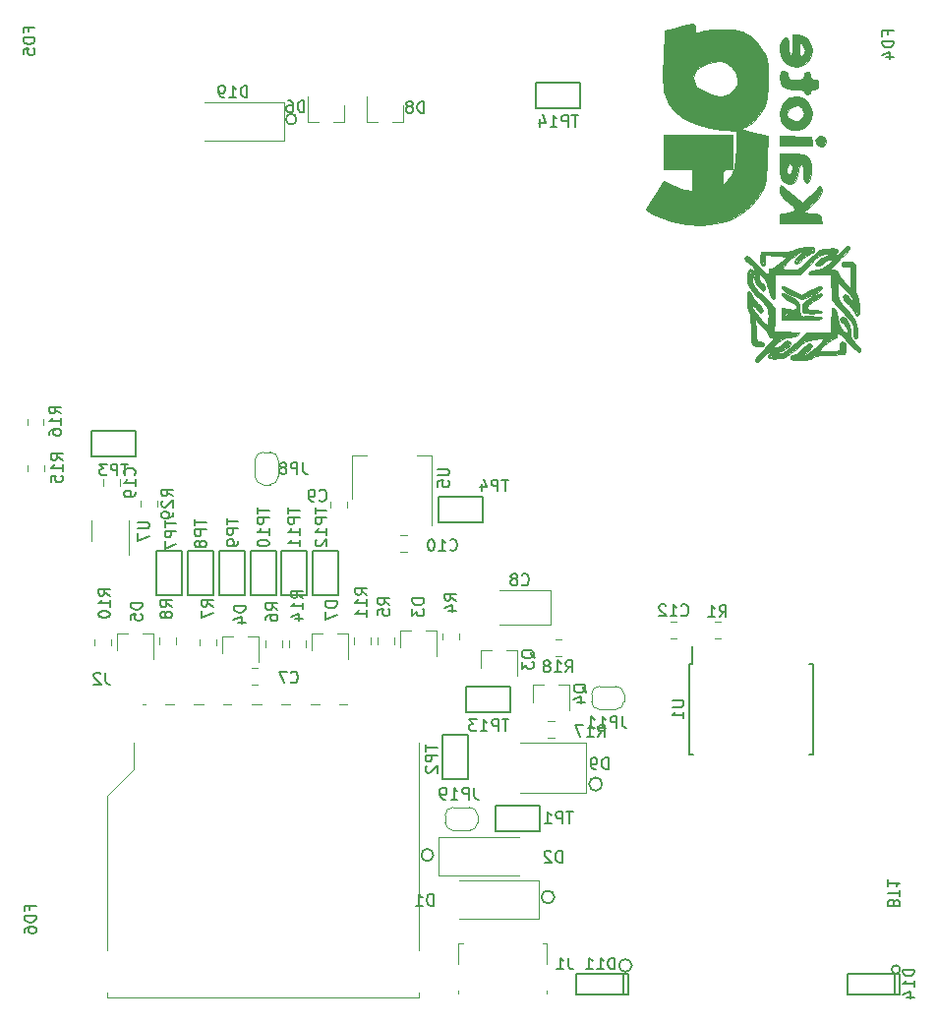
<source format=gbo>
G04 #@! TF.GenerationSoftware,KiCad,Pcbnew,5.0.2-bee76a0~70~ubuntu18.04.1*
G04 #@! TF.CreationDate,2019-02-28T13:46:31+03:00*
G04 #@! TF.ProjectId,sensor-node,73656e73-6f72-42d6-9e6f-64652e6b6963,1*
G04 #@! TF.SameCoordinates,Original*
G04 #@! TF.FileFunction,Legend,Bot*
G04 #@! TF.FilePolarity,Positive*
%FSLAX46Y46*%
G04 Gerber Fmt 4.6, Leading zero omitted, Abs format (unit mm)*
G04 Created by KiCad (PCBNEW 5.0.2-bee76a0~70~ubuntu18.04.1) date Thu 28 Feb 2019 13:46:31 EAT*
%MOMM*%
%LPD*%
G01*
G04 APERTURE LIST*
%ADD10C,0.200000*%
%ADD11C,0.010000*%
%ADD12C,0.120000*%
%ADD13C,0.150000*%
G04 APERTURE END LIST*
D10*
X171633202Y-153377900D02*
G75*
G03X171633202Y-153377900I-361002J0D01*
G01*
X148528269Y-153035000D02*
G75*
G03X148528269Y-153035000I-547869J0D01*
G01*
X145986501Y-137414000D02*
G75*
G03X145986501Y-137414000I-568671J0D01*
G01*
X119654434Y-80187800D02*
G75*
G03X119654434Y-80187800I-452234J0D01*
G01*
X131442360Y-143522700D02*
G75*
G03X131442360Y-143522700I-518060J0D01*
G01*
X141863852Y-147142200D02*
G75*
G03X141863852Y-147142200I-550952J0D01*
G01*
D11*
G04 #@! TO.C,LOGO2*
G36*
X160224661Y-75491164D02*
X160169153Y-75117963D01*
X160065364Y-74790747D01*
X159899703Y-74430805D01*
X159831964Y-74296949D01*
X159353318Y-73549226D01*
X158770701Y-73022250D01*
X158029327Y-72677820D01*
X157260841Y-72504243D01*
X156436052Y-72439408D01*
X155557909Y-72473555D01*
X154743480Y-72597176D01*
X154224567Y-72750866D01*
X154051704Y-72771165D01*
X153984702Y-72602147D01*
X153977622Y-72410741D01*
X153966359Y-72177674D01*
X153901093Y-72040510D01*
X153734614Y-71995062D01*
X153419710Y-72037147D01*
X152909170Y-72162578D01*
X152481857Y-72278134D01*
X151338870Y-72590168D01*
X151247910Y-75001260D01*
X151216123Y-76003124D01*
X151211040Y-76775982D01*
X151239744Y-77372369D01*
X151309320Y-77844818D01*
X151426853Y-78245863D01*
X151599427Y-78628039D01*
X151780945Y-78953907D01*
X152314519Y-79603262D01*
X153081564Y-80161087D01*
X154043040Y-80609245D01*
X155159906Y-80929597D01*
X156269873Y-81086573D01*
X156269873Y-78215349D01*
X155556240Y-78134224D01*
X155408254Y-78089113D01*
X154629618Y-77753293D01*
X154110983Y-77357128D01*
X153860142Y-76907464D01*
X153836511Y-76707984D01*
X153910246Y-76287079D01*
X154083456Y-75949066D01*
X154418788Y-75700395D01*
X154932836Y-75471833D01*
X155522548Y-75299535D01*
X156084873Y-75219656D01*
X156167550Y-75217866D01*
X156712933Y-75342570D01*
X157160308Y-75672456D01*
X157476794Y-76141186D01*
X157629512Y-76682421D01*
X157585581Y-77229824D01*
X157371632Y-77647172D01*
X156885560Y-78050622D01*
X156269873Y-78215349D01*
X156269873Y-81086573D01*
X156393120Y-81104004D01*
X156411789Y-81105379D01*
X157505400Y-81184861D01*
X157502301Y-82681641D01*
X157464176Y-83664797D01*
X157345319Y-84421726D01*
X157132099Y-85000328D01*
X156810886Y-85448506D01*
X156678663Y-85576126D01*
X156376511Y-85844941D01*
X156376511Y-85188070D01*
X156387726Y-84789032D01*
X156453748Y-84596783D01*
X156623147Y-84535961D01*
X156799845Y-84531200D01*
X157223178Y-84531200D01*
X157223178Y-81567866D01*
X151296511Y-81567866D01*
X151296511Y-84531200D01*
X153695400Y-84531200D01*
X153695400Y-86397053D01*
X153166234Y-86299011D01*
X152717279Y-86173897D01*
X152190991Y-85970303D01*
X151967066Y-85865936D01*
X151297065Y-85530902D01*
X150586634Y-86583715D01*
X150259476Y-87078286D01*
X149991679Y-87501175D01*
X149824878Y-87785885D01*
X149795036Y-87848048D01*
X149832039Y-88007376D01*
X150077462Y-88201655D01*
X150560869Y-88453680D01*
X150611023Y-88477167D01*
X151932915Y-88975472D01*
X153257967Y-89255848D01*
X154554697Y-89325526D01*
X155791624Y-89191734D01*
X156937266Y-88861703D01*
X157960141Y-88342663D01*
X158828768Y-87641843D01*
X159511665Y-86766473D01*
X159717738Y-86385803D01*
X159873807Y-86039837D01*
X159983745Y-85716012D01*
X160057749Y-85350176D01*
X160106016Y-84878173D01*
X160138745Y-84235851D01*
X160159068Y-83609260D01*
X160216315Y-81628986D01*
X159037246Y-81337171D01*
X158474630Y-81195196D01*
X158152060Y-81098865D01*
X158035326Y-81027252D01*
X158090218Y-80959429D01*
X158281511Y-80874876D01*
X158879755Y-80510349D01*
X159431804Y-79955355D01*
X159857129Y-79299554D01*
X159995537Y-78966593D01*
X160143237Y-78312843D01*
X160225423Y-77425414D01*
X160245188Y-76690372D01*
X160245476Y-75989063D01*
X160224661Y-75491164D01*
X160224661Y-75491164D01*
G37*
X160224661Y-75491164D02*
X160169153Y-75117963D01*
X160065364Y-74790747D01*
X159899703Y-74430805D01*
X159831964Y-74296949D01*
X159353318Y-73549226D01*
X158770701Y-73022250D01*
X158029327Y-72677820D01*
X157260841Y-72504243D01*
X156436052Y-72439408D01*
X155557909Y-72473555D01*
X154743480Y-72597176D01*
X154224567Y-72750866D01*
X154051704Y-72771165D01*
X153984702Y-72602147D01*
X153977622Y-72410741D01*
X153966359Y-72177674D01*
X153901093Y-72040510D01*
X153734614Y-71995062D01*
X153419710Y-72037147D01*
X152909170Y-72162578D01*
X152481857Y-72278134D01*
X151338870Y-72590168D01*
X151247910Y-75001260D01*
X151216123Y-76003124D01*
X151211040Y-76775982D01*
X151239744Y-77372369D01*
X151309320Y-77844818D01*
X151426853Y-78245863D01*
X151599427Y-78628039D01*
X151780945Y-78953907D01*
X152314519Y-79603262D01*
X153081564Y-80161087D01*
X154043040Y-80609245D01*
X155159906Y-80929597D01*
X156269873Y-81086573D01*
X156269873Y-78215349D01*
X155556240Y-78134224D01*
X155408254Y-78089113D01*
X154629618Y-77753293D01*
X154110983Y-77357128D01*
X153860142Y-76907464D01*
X153836511Y-76707984D01*
X153910246Y-76287079D01*
X154083456Y-75949066D01*
X154418788Y-75700395D01*
X154932836Y-75471833D01*
X155522548Y-75299535D01*
X156084873Y-75219656D01*
X156167550Y-75217866D01*
X156712933Y-75342570D01*
X157160308Y-75672456D01*
X157476794Y-76141186D01*
X157629512Y-76682421D01*
X157585581Y-77229824D01*
X157371632Y-77647172D01*
X156885560Y-78050622D01*
X156269873Y-78215349D01*
X156269873Y-81086573D01*
X156393120Y-81104004D01*
X156411789Y-81105379D01*
X157505400Y-81184861D01*
X157502301Y-82681641D01*
X157464176Y-83664797D01*
X157345319Y-84421726D01*
X157132099Y-85000328D01*
X156810886Y-85448506D01*
X156678663Y-85576126D01*
X156376511Y-85844941D01*
X156376511Y-85188070D01*
X156387726Y-84789032D01*
X156453748Y-84596783D01*
X156623147Y-84535961D01*
X156799845Y-84531200D01*
X157223178Y-84531200D01*
X157223178Y-81567866D01*
X151296511Y-81567866D01*
X151296511Y-84531200D01*
X153695400Y-84531200D01*
X153695400Y-86397053D01*
X153166234Y-86299011D01*
X152717279Y-86173897D01*
X152190991Y-85970303D01*
X151967066Y-85865936D01*
X151297065Y-85530902D01*
X150586634Y-86583715D01*
X150259476Y-87078286D01*
X149991679Y-87501175D01*
X149824878Y-87785885D01*
X149795036Y-87848048D01*
X149832039Y-88007376D01*
X150077462Y-88201655D01*
X150560869Y-88453680D01*
X150611023Y-88477167D01*
X151932915Y-88975472D01*
X153257967Y-89255848D01*
X154554697Y-89325526D01*
X155791624Y-89191734D01*
X156937266Y-88861703D01*
X157960141Y-88342663D01*
X158828768Y-87641843D01*
X159511665Y-86766473D01*
X159717738Y-86385803D01*
X159873807Y-86039837D01*
X159983745Y-85716012D01*
X160057749Y-85350176D01*
X160106016Y-84878173D01*
X160138745Y-84235851D01*
X160159068Y-83609260D01*
X160216315Y-81628986D01*
X159037246Y-81337171D01*
X158474630Y-81195196D01*
X158152060Y-81098865D01*
X158035326Y-81027252D01*
X158090218Y-80959429D01*
X158281511Y-80874876D01*
X158879755Y-80510349D01*
X159431804Y-79955355D01*
X159857129Y-79299554D01*
X159995537Y-78966593D01*
X160143237Y-78312843D01*
X160225423Y-77425414D01*
X160245188Y-76690372D01*
X160245476Y-75989063D01*
X160224661Y-75491164D01*
G04 #@! TO.C,LOGO1*
G36*
X168174738Y-99923391D02*
X167991655Y-99639599D01*
X167794167Y-99444125D01*
X167524697Y-99168165D01*
X167402239Y-98862670D01*
X167373156Y-98446801D01*
X167305723Y-97943310D01*
X167135962Y-97530279D01*
X166901361Y-97268081D01*
X166639407Y-97217090D01*
X166614711Y-97225328D01*
X166423385Y-97378417D01*
X166503718Y-97586919D01*
X166753184Y-97787087D01*
X166776317Y-97810588D01*
X166776317Y-97545387D01*
X166693802Y-97526335D01*
X166683785Y-97452855D01*
X166734569Y-97338609D01*
X166776317Y-97360324D01*
X166792928Y-97525044D01*
X166776317Y-97545387D01*
X166776317Y-97810588D01*
X166965570Y-98002854D01*
X167090514Y-98265280D01*
X167100493Y-98482443D01*
X166985575Y-98563238D01*
X166729010Y-98440106D01*
X166489429Y-98128901D01*
X166318986Y-97716907D01*
X166267391Y-97361323D01*
X166186488Y-96840198D01*
X165989796Y-96550670D01*
X165853262Y-96437530D01*
X165770962Y-96431628D01*
X165729170Y-96576512D01*
X165714158Y-96915730D01*
X165712200Y-97431344D01*
X165712200Y-98563238D01*
X164636517Y-98568109D01*
X163560834Y-98572979D01*
X162590284Y-99470294D01*
X162120713Y-99893917D01*
X161785934Y-100157427D01*
X161523922Y-100296476D01*
X161272654Y-100346717D01*
X161063508Y-100347913D01*
X160507282Y-100328217D01*
X160999600Y-100243815D01*
X161415807Y-100120154D01*
X161800329Y-99921121D01*
X161918393Y-99827029D01*
X161918393Y-99627355D01*
X161835878Y-99608302D01*
X161825861Y-99534823D01*
X161876645Y-99420576D01*
X161918393Y-99442291D01*
X161935005Y-99607011D01*
X161918393Y-99627355D01*
X161918393Y-99827029D01*
X162085208Y-99694083D01*
X162202485Y-99486407D01*
X162185827Y-99417013D01*
X161967836Y-99265457D01*
X161710596Y-99340542D01*
X161548266Y-99534823D01*
X161280491Y-99765568D01*
X161031622Y-99812418D01*
X160663543Y-99812418D01*
X161062473Y-99396025D01*
X161421340Y-99100427D01*
X161817237Y-98988227D01*
X162032266Y-98979631D01*
X162496796Y-98922345D01*
X162821289Y-98771493D01*
X162936475Y-98570178D01*
X162808931Y-98534221D01*
X162470537Y-98507375D01*
X161988004Y-98494373D01*
X161860792Y-98493839D01*
X160784878Y-98493839D01*
X160829522Y-97452855D01*
X160874166Y-96411872D01*
X159892637Y-95444010D01*
X159435624Y-94982499D01*
X159146326Y-94651163D01*
X158987454Y-94393004D01*
X158921720Y-94151026D01*
X158911107Y-93943742D01*
X158939270Y-93626349D01*
X159009541Y-93484921D01*
X159036875Y-93489065D01*
X159110332Y-93669155D01*
X159093230Y-93832228D01*
X159127826Y-94108714D01*
X159297016Y-94452336D01*
X159534429Y-94763269D01*
X159773695Y-94941690D01*
X159836426Y-94953916D01*
X159836426Y-94769431D01*
X159753911Y-94750378D01*
X159743894Y-94676899D01*
X159794678Y-94562653D01*
X159836426Y-94584367D01*
X159853037Y-94749088D01*
X159836426Y-94769431D01*
X159836426Y-94953916D01*
X159839395Y-94954495D01*
X159996951Y-94859854D01*
X160002655Y-94642094D01*
X159870828Y-94400459D01*
X159743894Y-94292717D01*
X159574913Y-94104735D01*
X159470205Y-93850662D01*
X159459318Y-93636960D01*
X159542355Y-93566517D01*
X159751851Y-93684984D01*
X159982025Y-93979682D01*
X160178611Y-94359555D01*
X160287340Y-94733545D01*
X160294699Y-94828884D01*
X160397455Y-95328410D01*
X160576681Y-95579085D01*
X160713215Y-95692225D01*
X160795515Y-95698127D01*
X160837307Y-95553243D01*
X160852319Y-95214024D01*
X160854277Y-94698411D01*
X160854277Y-93566517D01*
X163013662Y-93566517D01*
X163907829Y-92664331D01*
X164345376Y-92233452D01*
X164656514Y-91967997D01*
X164903723Y-91829964D01*
X165149483Y-91781357D01*
X165361196Y-91780417D01*
X165693934Y-91795526D01*
X165767359Y-91819103D01*
X165599713Y-91864446D01*
X165504003Y-91884515D01*
X165125394Y-92010735D01*
X164744455Y-92209774D01*
X164448383Y-92427624D01*
X164324375Y-92610278D01*
X164324222Y-92615251D01*
X164422942Y-92792784D01*
X164647738Y-92819956D01*
X164671217Y-92808127D01*
X164671217Y-92733730D01*
X164601818Y-92664331D01*
X164671217Y-92594932D01*
X164740616Y-92664331D01*
X164671217Y-92733730D01*
X164671217Y-92808127D01*
X164891560Y-92697112D01*
X164965534Y-92613178D01*
X165286380Y-92368149D01*
X165541330Y-92317336D01*
X165909911Y-92317336D01*
X165429362Y-92728089D01*
X164916384Y-93053457D01*
X164445315Y-93144482D01*
X164061813Y-93202639D01*
X163788867Y-93337434D01*
X163769031Y-93358320D01*
X163713248Y-93463687D01*
X163791845Y-93526454D01*
X164049623Y-93557158D01*
X164531384Y-93566336D01*
X164654222Y-93566517D01*
X165712200Y-93566517D01*
X165715138Y-95717883D01*
X166685686Y-96758866D01*
X167124198Y-97236085D01*
X167403980Y-97572618D01*
X167558507Y-97828071D01*
X167621255Y-98062050D01*
X167625699Y-98334160D01*
X167621102Y-98424440D01*
X167621508Y-98828060D01*
X167692762Y-99015866D01*
X167794167Y-99049030D01*
X167794167Y-98840834D01*
X167679921Y-98790050D01*
X167701636Y-98748302D01*
X167866356Y-98731690D01*
X167886699Y-98748302D01*
X167867647Y-98830817D01*
X167794167Y-98840834D01*
X167794167Y-99049030D01*
X167914028Y-98992308D01*
X167964336Y-98783914D01*
X167957057Y-98366508D01*
X167952320Y-98291100D01*
X167913031Y-97904831D01*
X167828065Y-97601986D01*
X167656864Y-97304786D01*
X167358872Y-96935449D01*
X167084834Y-96627453D01*
X166691081Y-96181958D01*
X166449602Y-95863717D01*
X166323258Y-95597046D01*
X166274911Y-95306266D01*
X166267391Y-94961639D01*
X166267391Y-94201542D01*
X166961381Y-94885096D01*
X167307487Y-95255405D01*
X167554536Y-95575943D01*
X167650376Y-95778818D01*
X167650378Y-95782064D01*
X167581314Y-95850045D01*
X167383509Y-95672849D01*
X167318760Y-95596090D01*
X167070327Y-95360287D01*
X166868478Y-95281659D01*
X166837959Y-95291986D01*
X166699680Y-95451005D01*
X166763410Y-95664667D01*
X166891982Y-95804800D01*
X166891982Y-95648484D01*
X166822583Y-95579085D01*
X166891982Y-95509686D01*
X166961381Y-95579085D01*
X166891982Y-95648484D01*
X166891982Y-95804800D01*
X167045095Y-95971681D01*
X167160798Y-96075788D01*
X167462629Y-96397410D01*
X167654109Y-96707737D01*
X167681290Y-96800236D01*
X167795872Y-97041002D01*
X167863566Y-97073028D01*
X167863566Y-96897664D01*
X167794167Y-96828265D01*
X167863566Y-96758866D01*
X167932965Y-96828265D01*
X167863566Y-96897664D01*
X167863566Y-97073028D01*
X167932965Y-97105861D01*
X168048886Y-97052094D01*
X168101624Y-96853454D01*
X168101917Y-96453931D01*
X168092605Y-96273074D01*
X168042166Y-95794324D01*
X167961783Y-95415330D01*
X167891499Y-95254002D01*
X167817684Y-95015146D01*
X167777794Y-94550470D01*
X167775827Y-93910130D01*
X167778090Y-93831393D01*
X167792443Y-93217159D01*
X167769144Y-92825698D01*
X167679299Y-92602322D01*
X167494013Y-92492347D01*
X167184392Y-92441088D01*
X167035713Y-92426359D01*
X166711681Y-92448266D01*
X166577362Y-92616453D01*
X166574443Y-92629631D01*
X166600869Y-92803973D01*
X166776317Y-92856079D01*
X166776317Y-92687464D01*
X166693802Y-92668411D01*
X166683785Y-92594932D01*
X166734569Y-92480686D01*
X166776317Y-92502400D01*
X166792928Y-92667121D01*
X166776317Y-92687464D01*
X166776317Y-92856079D01*
X166818823Y-92868703D01*
X166951203Y-92872528D01*
X167377774Y-92872528D01*
X167377774Y-94733237D01*
X166822583Y-94191107D01*
X166514029Y-93847459D01*
X166312448Y-93541705D01*
X166267391Y-93399550D01*
X166177346Y-93205984D01*
X165885697Y-93148951D01*
X165722593Y-93136002D01*
X165674545Y-93075256D01*
X165763560Y-92931904D01*
X165989796Y-92694101D01*
X165989796Y-91623347D01*
X165875550Y-91572563D01*
X165897264Y-91530815D01*
X166061985Y-91514204D01*
X166082328Y-91530815D01*
X166063275Y-91613331D01*
X165989796Y-91623347D01*
X165989796Y-92694101D01*
X166011643Y-92671136D01*
X166440802Y-92258139D01*
X166460916Y-92239034D01*
X166925943Y-91779450D01*
X167192710Y-91467299D01*
X167192710Y-91438283D01*
X167110195Y-91419231D01*
X167100178Y-91345752D01*
X167150962Y-91231505D01*
X167192710Y-91253220D01*
X167209322Y-91417940D01*
X167192710Y-91438283D01*
X167192710Y-91467299D01*
X167195379Y-91464175D01*
X167290730Y-91264522D01*
X167260306Y-91172765D01*
X167103449Y-91126303D01*
X166877727Y-91279913D01*
X166707406Y-91458092D01*
X166418906Y-91732926D01*
X166173579Y-91886795D01*
X166116213Y-91898817D01*
X165990602Y-91875194D01*
X166112049Y-91775340D01*
X166114119Y-91774028D01*
X166243078Y-91563937D01*
X166229959Y-91448405D01*
X166109059Y-91329301D01*
X165830343Y-91289186D01*
X165411647Y-91310681D01*
X165043783Y-91356129D01*
X164754934Y-91444123D01*
X164473729Y-91616097D01*
X164128792Y-91913486D01*
X163757565Y-92270941D01*
X163322803Y-92691000D01*
X163017807Y-92951828D01*
X162774773Y-93089197D01*
X162525900Y-93138880D01*
X162203384Y-93136649D01*
X162123442Y-93133092D01*
X161727376Y-93100660D01*
X161482627Y-93052609D01*
X161440919Y-93018389D01*
X161588935Y-92833681D01*
X161878227Y-92553721D01*
X162240785Y-92235858D01*
X162608595Y-91937440D01*
X162913647Y-91715815D01*
X163087929Y-91628331D01*
X163089436Y-91628339D01*
X163125153Y-91703904D01*
X162963409Y-91891421D01*
X162881510Y-91961823D01*
X162603096Y-92259496D01*
X162566741Y-92514969D01*
X162573909Y-92535607D01*
X162652848Y-92651044D01*
X162728047Y-92634992D01*
X162728047Y-92456134D01*
X162658648Y-92386735D01*
X162728047Y-92317336D01*
X162797446Y-92386735D01*
X162728047Y-92456134D01*
X162728047Y-92634992D01*
X162786612Y-92622489D01*
X163027261Y-92426131D01*
X163223582Y-92238424D01*
X163572489Y-91936841D01*
X163877944Y-91739172D01*
X164016976Y-91694347D01*
X164046626Y-91677233D01*
X164046626Y-91484549D01*
X163932380Y-91433765D01*
X163954095Y-91392018D01*
X164118815Y-91375406D01*
X164139158Y-91392018D01*
X164120106Y-91474533D01*
X164046626Y-91484549D01*
X164046626Y-91677233D01*
X164216962Y-91578910D01*
X164254823Y-91415151D01*
X164226485Y-91257399D01*
X164097295Y-91182259D01*
X163800990Y-91169809D01*
X163491435Y-91185642D01*
X163022851Y-91246854D01*
X162647620Y-91351750D01*
X162508921Y-91428538D01*
X162279266Y-91532973D01*
X161852107Y-91596051D01*
X161193098Y-91622100D01*
X160962631Y-91623347D01*
X159635467Y-91623347D01*
X159578100Y-92114733D01*
X159580859Y-92478404D01*
X159663306Y-92721448D01*
X159679784Y-92738119D01*
X159813293Y-92781995D01*
X159813293Y-92594932D01*
X159743894Y-92525533D01*
X159813293Y-92456134D01*
X159882692Y-92525533D01*
X159813293Y-92594932D01*
X159813293Y-92781995D01*
X159878165Y-92803315D01*
X159993550Y-92610599D01*
X160021490Y-92290524D01*
X160021490Y-91893584D01*
X160922577Y-91931963D01*
X161381965Y-91964634D01*
X161706972Y-92012759D01*
X161824762Y-92063625D01*
X161720373Y-92234727D01*
X161458877Y-92480454D01*
X161121792Y-92740020D01*
X160790638Y-92952640D01*
X160546933Y-93057530D01*
X160493546Y-93056247D01*
X160345628Y-93087017D01*
X160299102Y-93354512D01*
X160299085Y-93362303D01*
X160286333Y-93525916D01*
X160224914Y-93571799D01*
X160080088Y-93477763D01*
X159817116Y-93221617D01*
X159418956Y-92800138D01*
X158974076Y-92351747D01*
X158627682Y-92059581D01*
X158412290Y-91949984D01*
X158377973Y-91956710D01*
X158227506Y-92142467D01*
X158339762Y-92363365D01*
X158564113Y-92537611D01*
X158564113Y-92317336D01*
X158494714Y-92247937D01*
X158564113Y-92178539D01*
X158633512Y-92247937D01*
X158564113Y-92317336D01*
X158564113Y-92537611D01*
X158569749Y-92541989D01*
X158883930Y-92811327D01*
X159078265Y-93065681D01*
X159171757Y-93263738D01*
X159106756Y-93250227D01*
X159009310Y-93172874D01*
X158755616Y-93050444D01*
X158589362Y-93179937D01*
X158506375Y-93567174D01*
X158494714Y-93891013D01*
X158503532Y-94241901D01*
X158555425Y-94506212D01*
X158688550Y-94752408D01*
X158702911Y-94769272D01*
X158702911Y-93427719D01*
X158633512Y-93358320D01*
X158702911Y-93288921D01*
X158772310Y-93358320D01*
X158702911Y-93427719D01*
X158702911Y-94769272D01*
X158941066Y-95048952D01*
X159351130Y-95464304D01*
X159396900Y-95509686D01*
X159822728Y-95938629D01*
X160087757Y-96242631D01*
X160230088Y-96490395D01*
X160287819Y-96750626D01*
X160299053Y-97092028D01*
X160299085Y-97136551D01*
X160281365Y-97541665D01*
X160235808Y-97801127D01*
X160194987Y-97854277D01*
X160031790Y-97746451D01*
X159772222Y-97492922D01*
X159469314Y-97156611D01*
X159176097Y-96800442D01*
X158945603Y-96487337D01*
X158830864Y-96280220D01*
X158832149Y-96237242D01*
X158974419Y-96266970D01*
X159199448Y-96468520D01*
X159266453Y-96547820D01*
X159507532Y-96806593D01*
X159605096Y-96834514D01*
X159605096Y-96620069D01*
X159490850Y-96569285D01*
X159512565Y-96527537D01*
X159677285Y-96510925D01*
X159697628Y-96527537D01*
X159678576Y-96610052D01*
X159605096Y-96620069D01*
X159605096Y-96834514D01*
X159674039Y-96854245D01*
X159767771Y-96790509D01*
X159827513Y-96647750D01*
X159730958Y-96442069D01*
X159451006Y-96120787D01*
X159391768Y-96059622D01*
X159088853Y-95709670D01*
X158889566Y-95403298D01*
X158843309Y-95261741D01*
X158742717Y-95059310D01*
X158633512Y-95023894D01*
X158513610Y-95084525D01*
X158454425Y-95302585D01*
X158443387Y-95732319D01*
X158445517Y-95835243D01*
X158481286Y-96301030D01*
X158552668Y-96659745D01*
X158564113Y-96683920D01*
X158564113Y-95370888D01*
X158494714Y-95301489D01*
X158564113Y-95232090D01*
X158633512Y-95301489D01*
X158564113Y-95370888D01*
X158564113Y-96683920D01*
X158619014Y-96799888D01*
X158691605Y-97010865D01*
X158743732Y-97446958D01*
X158770123Y-98056101D01*
X158772310Y-98313402D01*
X158770473Y-98940995D01*
X158787760Y-99343155D01*
X158858364Y-99571638D01*
X159016477Y-99678197D01*
X159296293Y-99714587D01*
X159697628Y-99730980D01*
X159697628Y-99627355D01*
X159615113Y-99608302D01*
X159605096Y-99534823D01*
X159655880Y-99420576D01*
X159697628Y-99442291D01*
X159714240Y-99607011D01*
X159697628Y-99627355D01*
X159697628Y-99730980D01*
X159709195Y-99731453D01*
X159913903Y-99644721D01*
X159952091Y-99534823D01*
X159831191Y-99366875D01*
X159605096Y-99324453D01*
X159423031Y-99307426D01*
X159316193Y-99218787D01*
X159260857Y-98997919D01*
X159233295Y-98584206D01*
X159224792Y-98352868D01*
X159191482Y-97383457D01*
X159744908Y-98008047D01*
X160041102Y-98369372D01*
X160242084Y-98666292D01*
X160298710Y-98806134D01*
X160416551Y-98943252D01*
X160611381Y-98984247D01*
X160728637Y-99014069D01*
X160713330Y-99119312D01*
X160543568Y-99331457D01*
X160197460Y-99681986D01*
X159981156Y-99890571D01*
X159485529Y-100393804D01*
X159210396Y-100748169D01*
X159149770Y-100965310D01*
X159297663Y-101056872D01*
X159378989Y-101061599D01*
X159420033Y-101039404D01*
X159420033Y-100876535D01*
X159337518Y-100857482D01*
X159327501Y-100784003D01*
X159378285Y-100669757D01*
X159420033Y-100691471D01*
X159436644Y-100856192D01*
X159420033Y-100876535D01*
X159420033Y-101039404D01*
X159569087Y-100958800D01*
X159814379Y-100705447D01*
X159860745Y-100645205D01*
X160099529Y-100372611D01*
X160294287Y-100233432D01*
X160320236Y-100228812D01*
X160399640Y-100287015D01*
X160319383Y-100412551D01*
X160236661Y-100630848D01*
X160402505Y-100765892D01*
X160507282Y-100777286D01*
X160507282Y-100645205D01*
X160437883Y-100575806D01*
X160507282Y-100506407D01*
X160576681Y-100575806D01*
X160507282Y-100645205D01*
X160507282Y-100777286D01*
X160798066Y-100808911D01*
X161126437Y-100788122D01*
X161515260Y-100723322D01*
X161847501Y-100593477D01*
X162205893Y-100354134D01*
X162673170Y-99960841D01*
X162684062Y-99951216D01*
X163145182Y-99560153D01*
X163494483Y-99321566D01*
X163816253Y-99191463D01*
X164194785Y-99125850D01*
X164282851Y-99116775D01*
X164690992Y-99090252D01*
X164958008Y-99097669D01*
X165018211Y-99121993D01*
X164919604Y-99282409D01*
X164668760Y-99551704D01*
X164333149Y-99869085D01*
X163980238Y-100173758D01*
X163677498Y-100404929D01*
X163492396Y-100501803D01*
X163486668Y-100502021D01*
X163426187Y-100428416D01*
X163598098Y-100222327D01*
X163664932Y-100161684D01*
X163769031Y-100051419D01*
X163769031Y-99812418D01*
X163654784Y-99761634D01*
X163676499Y-99719886D01*
X163841219Y-99703275D01*
X163861563Y-99719886D01*
X163842510Y-99802402D01*
X163769031Y-99812418D01*
X163769031Y-100051419D01*
X163968207Y-99840443D01*
X164030385Y-99609028D01*
X163898428Y-99459614D01*
X163734687Y-99505179D01*
X163469153Y-99719244D01*
X163256129Y-99945269D01*
X162952531Y-100252925D01*
X162695088Y-100432626D01*
X162581688Y-100453313D01*
X162365066Y-100467411D01*
X162211012Y-100614360D01*
X162196025Y-100795104D01*
X162262861Y-100866137D01*
X162450452Y-100912261D01*
X162450452Y-100784003D01*
X162381053Y-100714604D01*
X162450452Y-100645205D01*
X162519850Y-100714604D01*
X162450452Y-100784003D01*
X162450452Y-100912261D01*
X162548140Y-100936281D01*
X162986443Y-100942361D01*
X163463679Y-100894410D01*
X163865754Y-100802458D01*
X164051362Y-100708874D01*
X164336689Y-100593628D01*
X164892875Y-100514979D01*
X165578138Y-100477313D01*
X166753184Y-100441266D01*
X166753184Y-99673620D01*
X166683785Y-99604222D01*
X166753184Y-99534823D01*
X166822583Y-99604222D01*
X166753184Y-99673620D01*
X166753184Y-100441266D01*
X166891982Y-100437008D01*
X166937032Y-100043590D01*
X166937294Y-99590664D01*
X166818138Y-99354101D01*
X166616881Y-99344875D01*
X166453747Y-99544577D01*
X166438129Y-99791601D01*
X166445399Y-99989944D01*
X166374469Y-100098938D01*
X166164089Y-100145590D01*
X165753006Y-100156906D01*
X165608509Y-100157387D01*
X165159063Y-100147232D01*
X164845532Y-100118742D01*
X164741022Y-100082542D01*
X164842565Y-99911048D01*
X165094524Y-99654001D01*
X165416214Y-99379641D01*
X165726950Y-99156205D01*
X165946048Y-99051931D01*
X165961118Y-99050666D01*
X166154979Y-98940205D01*
X166178715Y-98806134D01*
X166193647Y-98620554D01*
X166296213Y-98596550D01*
X166510831Y-98748994D01*
X166861919Y-99092756D01*
X167147302Y-99396025D01*
X167521785Y-99782381D01*
X167835913Y-100073490D01*
X168025497Y-100212818D01*
X168025497Y-100043748D01*
X167942982Y-100024695D01*
X167932965Y-99951216D01*
X167983749Y-99836970D01*
X168025497Y-99858684D01*
X168042109Y-100023405D01*
X168025497Y-100043748D01*
X168025497Y-100212818D01*
X168035620Y-100220258D01*
X168064438Y-100228812D01*
X168206499Y-100141569D01*
X168174738Y-99923391D01*
X168174738Y-99923391D01*
G37*
X168174738Y-99923391D02*
X167991655Y-99639599D01*
X167794167Y-99444125D01*
X167524697Y-99168165D01*
X167402239Y-98862670D01*
X167373156Y-98446801D01*
X167305723Y-97943310D01*
X167135962Y-97530279D01*
X166901361Y-97268081D01*
X166639407Y-97217090D01*
X166614711Y-97225328D01*
X166423385Y-97378417D01*
X166503718Y-97586919D01*
X166753184Y-97787087D01*
X166776317Y-97810588D01*
X166776317Y-97545387D01*
X166693802Y-97526335D01*
X166683785Y-97452855D01*
X166734569Y-97338609D01*
X166776317Y-97360324D01*
X166792928Y-97525044D01*
X166776317Y-97545387D01*
X166776317Y-97810588D01*
X166965570Y-98002854D01*
X167090514Y-98265280D01*
X167100493Y-98482443D01*
X166985575Y-98563238D01*
X166729010Y-98440106D01*
X166489429Y-98128901D01*
X166318986Y-97716907D01*
X166267391Y-97361323D01*
X166186488Y-96840198D01*
X165989796Y-96550670D01*
X165853262Y-96437530D01*
X165770962Y-96431628D01*
X165729170Y-96576512D01*
X165714158Y-96915730D01*
X165712200Y-97431344D01*
X165712200Y-98563238D01*
X164636517Y-98568109D01*
X163560834Y-98572979D01*
X162590284Y-99470294D01*
X162120713Y-99893917D01*
X161785934Y-100157427D01*
X161523922Y-100296476D01*
X161272654Y-100346717D01*
X161063508Y-100347913D01*
X160507282Y-100328217D01*
X160999600Y-100243815D01*
X161415807Y-100120154D01*
X161800329Y-99921121D01*
X161918393Y-99827029D01*
X161918393Y-99627355D01*
X161835878Y-99608302D01*
X161825861Y-99534823D01*
X161876645Y-99420576D01*
X161918393Y-99442291D01*
X161935005Y-99607011D01*
X161918393Y-99627355D01*
X161918393Y-99827029D01*
X162085208Y-99694083D01*
X162202485Y-99486407D01*
X162185827Y-99417013D01*
X161967836Y-99265457D01*
X161710596Y-99340542D01*
X161548266Y-99534823D01*
X161280491Y-99765568D01*
X161031622Y-99812418D01*
X160663543Y-99812418D01*
X161062473Y-99396025D01*
X161421340Y-99100427D01*
X161817237Y-98988227D01*
X162032266Y-98979631D01*
X162496796Y-98922345D01*
X162821289Y-98771493D01*
X162936475Y-98570178D01*
X162808931Y-98534221D01*
X162470537Y-98507375D01*
X161988004Y-98494373D01*
X161860792Y-98493839D01*
X160784878Y-98493839D01*
X160829522Y-97452855D01*
X160874166Y-96411872D01*
X159892637Y-95444010D01*
X159435624Y-94982499D01*
X159146326Y-94651163D01*
X158987454Y-94393004D01*
X158921720Y-94151026D01*
X158911107Y-93943742D01*
X158939270Y-93626349D01*
X159009541Y-93484921D01*
X159036875Y-93489065D01*
X159110332Y-93669155D01*
X159093230Y-93832228D01*
X159127826Y-94108714D01*
X159297016Y-94452336D01*
X159534429Y-94763269D01*
X159773695Y-94941690D01*
X159836426Y-94953916D01*
X159836426Y-94769431D01*
X159753911Y-94750378D01*
X159743894Y-94676899D01*
X159794678Y-94562653D01*
X159836426Y-94584367D01*
X159853037Y-94749088D01*
X159836426Y-94769431D01*
X159836426Y-94953916D01*
X159839395Y-94954495D01*
X159996951Y-94859854D01*
X160002655Y-94642094D01*
X159870828Y-94400459D01*
X159743894Y-94292717D01*
X159574913Y-94104735D01*
X159470205Y-93850662D01*
X159459318Y-93636960D01*
X159542355Y-93566517D01*
X159751851Y-93684984D01*
X159982025Y-93979682D01*
X160178611Y-94359555D01*
X160287340Y-94733545D01*
X160294699Y-94828884D01*
X160397455Y-95328410D01*
X160576681Y-95579085D01*
X160713215Y-95692225D01*
X160795515Y-95698127D01*
X160837307Y-95553243D01*
X160852319Y-95214024D01*
X160854277Y-94698411D01*
X160854277Y-93566517D01*
X163013662Y-93566517D01*
X163907829Y-92664331D01*
X164345376Y-92233452D01*
X164656514Y-91967997D01*
X164903723Y-91829964D01*
X165149483Y-91781357D01*
X165361196Y-91780417D01*
X165693934Y-91795526D01*
X165767359Y-91819103D01*
X165599713Y-91864446D01*
X165504003Y-91884515D01*
X165125394Y-92010735D01*
X164744455Y-92209774D01*
X164448383Y-92427624D01*
X164324375Y-92610278D01*
X164324222Y-92615251D01*
X164422942Y-92792784D01*
X164647738Y-92819956D01*
X164671217Y-92808127D01*
X164671217Y-92733730D01*
X164601818Y-92664331D01*
X164671217Y-92594932D01*
X164740616Y-92664331D01*
X164671217Y-92733730D01*
X164671217Y-92808127D01*
X164891560Y-92697112D01*
X164965534Y-92613178D01*
X165286380Y-92368149D01*
X165541330Y-92317336D01*
X165909911Y-92317336D01*
X165429362Y-92728089D01*
X164916384Y-93053457D01*
X164445315Y-93144482D01*
X164061813Y-93202639D01*
X163788867Y-93337434D01*
X163769031Y-93358320D01*
X163713248Y-93463687D01*
X163791845Y-93526454D01*
X164049623Y-93557158D01*
X164531384Y-93566336D01*
X164654222Y-93566517D01*
X165712200Y-93566517D01*
X165715138Y-95717883D01*
X166685686Y-96758866D01*
X167124198Y-97236085D01*
X167403980Y-97572618D01*
X167558507Y-97828071D01*
X167621255Y-98062050D01*
X167625699Y-98334160D01*
X167621102Y-98424440D01*
X167621508Y-98828060D01*
X167692762Y-99015866D01*
X167794167Y-99049030D01*
X167794167Y-98840834D01*
X167679921Y-98790050D01*
X167701636Y-98748302D01*
X167866356Y-98731690D01*
X167886699Y-98748302D01*
X167867647Y-98830817D01*
X167794167Y-98840834D01*
X167794167Y-99049030D01*
X167914028Y-98992308D01*
X167964336Y-98783914D01*
X167957057Y-98366508D01*
X167952320Y-98291100D01*
X167913031Y-97904831D01*
X167828065Y-97601986D01*
X167656864Y-97304786D01*
X167358872Y-96935449D01*
X167084834Y-96627453D01*
X166691081Y-96181958D01*
X166449602Y-95863717D01*
X166323258Y-95597046D01*
X166274911Y-95306266D01*
X166267391Y-94961639D01*
X166267391Y-94201542D01*
X166961381Y-94885096D01*
X167307487Y-95255405D01*
X167554536Y-95575943D01*
X167650376Y-95778818D01*
X167650378Y-95782064D01*
X167581314Y-95850045D01*
X167383509Y-95672849D01*
X167318760Y-95596090D01*
X167070327Y-95360287D01*
X166868478Y-95281659D01*
X166837959Y-95291986D01*
X166699680Y-95451005D01*
X166763410Y-95664667D01*
X166891982Y-95804800D01*
X166891982Y-95648484D01*
X166822583Y-95579085D01*
X166891982Y-95509686D01*
X166961381Y-95579085D01*
X166891982Y-95648484D01*
X166891982Y-95804800D01*
X167045095Y-95971681D01*
X167160798Y-96075788D01*
X167462629Y-96397410D01*
X167654109Y-96707737D01*
X167681290Y-96800236D01*
X167795872Y-97041002D01*
X167863566Y-97073028D01*
X167863566Y-96897664D01*
X167794167Y-96828265D01*
X167863566Y-96758866D01*
X167932965Y-96828265D01*
X167863566Y-96897664D01*
X167863566Y-97073028D01*
X167932965Y-97105861D01*
X168048886Y-97052094D01*
X168101624Y-96853454D01*
X168101917Y-96453931D01*
X168092605Y-96273074D01*
X168042166Y-95794324D01*
X167961783Y-95415330D01*
X167891499Y-95254002D01*
X167817684Y-95015146D01*
X167777794Y-94550470D01*
X167775827Y-93910130D01*
X167778090Y-93831393D01*
X167792443Y-93217159D01*
X167769144Y-92825698D01*
X167679299Y-92602322D01*
X167494013Y-92492347D01*
X167184392Y-92441088D01*
X167035713Y-92426359D01*
X166711681Y-92448266D01*
X166577362Y-92616453D01*
X166574443Y-92629631D01*
X166600869Y-92803973D01*
X166776317Y-92856079D01*
X166776317Y-92687464D01*
X166693802Y-92668411D01*
X166683785Y-92594932D01*
X166734569Y-92480686D01*
X166776317Y-92502400D01*
X166792928Y-92667121D01*
X166776317Y-92687464D01*
X166776317Y-92856079D01*
X166818823Y-92868703D01*
X166951203Y-92872528D01*
X167377774Y-92872528D01*
X167377774Y-94733237D01*
X166822583Y-94191107D01*
X166514029Y-93847459D01*
X166312448Y-93541705D01*
X166267391Y-93399550D01*
X166177346Y-93205984D01*
X165885697Y-93148951D01*
X165722593Y-93136002D01*
X165674545Y-93075256D01*
X165763560Y-92931904D01*
X165989796Y-92694101D01*
X165989796Y-91623347D01*
X165875550Y-91572563D01*
X165897264Y-91530815D01*
X166061985Y-91514204D01*
X166082328Y-91530815D01*
X166063275Y-91613331D01*
X165989796Y-91623347D01*
X165989796Y-92694101D01*
X166011643Y-92671136D01*
X166440802Y-92258139D01*
X166460916Y-92239034D01*
X166925943Y-91779450D01*
X167192710Y-91467299D01*
X167192710Y-91438283D01*
X167110195Y-91419231D01*
X167100178Y-91345752D01*
X167150962Y-91231505D01*
X167192710Y-91253220D01*
X167209322Y-91417940D01*
X167192710Y-91438283D01*
X167192710Y-91467299D01*
X167195379Y-91464175D01*
X167290730Y-91264522D01*
X167260306Y-91172765D01*
X167103449Y-91126303D01*
X166877727Y-91279913D01*
X166707406Y-91458092D01*
X166418906Y-91732926D01*
X166173579Y-91886795D01*
X166116213Y-91898817D01*
X165990602Y-91875194D01*
X166112049Y-91775340D01*
X166114119Y-91774028D01*
X166243078Y-91563937D01*
X166229959Y-91448405D01*
X166109059Y-91329301D01*
X165830343Y-91289186D01*
X165411647Y-91310681D01*
X165043783Y-91356129D01*
X164754934Y-91444123D01*
X164473729Y-91616097D01*
X164128792Y-91913486D01*
X163757565Y-92270941D01*
X163322803Y-92691000D01*
X163017807Y-92951828D01*
X162774773Y-93089197D01*
X162525900Y-93138880D01*
X162203384Y-93136649D01*
X162123442Y-93133092D01*
X161727376Y-93100660D01*
X161482627Y-93052609D01*
X161440919Y-93018389D01*
X161588935Y-92833681D01*
X161878227Y-92553721D01*
X162240785Y-92235858D01*
X162608595Y-91937440D01*
X162913647Y-91715815D01*
X163087929Y-91628331D01*
X163089436Y-91628339D01*
X163125153Y-91703904D01*
X162963409Y-91891421D01*
X162881510Y-91961823D01*
X162603096Y-92259496D01*
X162566741Y-92514969D01*
X162573909Y-92535607D01*
X162652848Y-92651044D01*
X162728047Y-92634992D01*
X162728047Y-92456134D01*
X162658648Y-92386735D01*
X162728047Y-92317336D01*
X162797446Y-92386735D01*
X162728047Y-92456134D01*
X162728047Y-92634992D01*
X162786612Y-92622489D01*
X163027261Y-92426131D01*
X163223582Y-92238424D01*
X163572489Y-91936841D01*
X163877944Y-91739172D01*
X164016976Y-91694347D01*
X164046626Y-91677233D01*
X164046626Y-91484549D01*
X163932380Y-91433765D01*
X163954095Y-91392018D01*
X164118815Y-91375406D01*
X164139158Y-91392018D01*
X164120106Y-91474533D01*
X164046626Y-91484549D01*
X164046626Y-91677233D01*
X164216962Y-91578910D01*
X164254823Y-91415151D01*
X164226485Y-91257399D01*
X164097295Y-91182259D01*
X163800990Y-91169809D01*
X163491435Y-91185642D01*
X163022851Y-91246854D01*
X162647620Y-91351750D01*
X162508921Y-91428538D01*
X162279266Y-91532973D01*
X161852107Y-91596051D01*
X161193098Y-91622100D01*
X160962631Y-91623347D01*
X159635467Y-91623347D01*
X159578100Y-92114733D01*
X159580859Y-92478404D01*
X159663306Y-92721448D01*
X159679784Y-92738119D01*
X159813293Y-92781995D01*
X159813293Y-92594932D01*
X159743894Y-92525533D01*
X159813293Y-92456134D01*
X159882692Y-92525533D01*
X159813293Y-92594932D01*
X159813293Y-92781995D01*
X159878165Y-92803315D01*
X159993550Y-92610599D01*
X160021490Y-92290524D01*
X160021490Y-91893584D01*
X160922577Y-91931963D01*
X161381965Y-91964634D01*
X161706972Y-92012759D01*
X161824762Y-92063625D01*
X161720373Y-92234727D01*
X161458877Y-92480454D01*
X161121792Y-92740020D01*
X160790638Y-92952640D01*
X160546933Y-93057530D01*
X160493546Y-93056247D01*
X160345628Y-93087017D01*
X160299102Y-93354512D01*
X160299085Y-93362303D01*
X160286333Y-93525916D01*
X160224914Y-93571799D01*
X160080088Y-93477763D01*
X159817116Y-93221617D01*
X159418956Y-92800138D01*
X158974076Y-92351747D01*
X158627682Y-92059581D01*
X158412290Y-91949984D01*
X158377973Y-91956710D01*
X158227506Y-92142467D01*
X158339762Y-92363365D01*
X158564113Y-92537611D01*
X158564113Y-92317336D01*
X158494714Y-92247937D01*
X158564113Y-92178539D01*
X158633512Y-92247937D01*
X158564113Y-92317336D01*
X158564113Y-92537611D01*
X158569749Y-92541989D01*
X158883930Y-92811327D01*
X159078265Y-93065681D01*
X159171757Y-93263738D01*
X159106756Y-93250227D01*
X159009310Y-93172874D01*
X158755616Y-93050444D01*
X158589362Y-93179937D01*
X158506375Y-93567174D01*
X158494714Y-93891013D01*
X158503532Y-94241901D01*
X158555425Y-94506212D01*
X158688550Y-94752408D01*
X158702911Y-94769272D01*
X158702911Y-93427719D01*
X158633512Y-93358320D01*
X158702911Y-93288921D01*
X158772310Y-93358320D01*
X158702911Y-93427719D01*
X158702911Y-94769272D01*
X158941066Y-95048952D01*
X159351130Y-95464304D01*
X159396900Y-95509686D01*
X159822728Y-95938629D01*
X160087757Y-96242631D01*
X160230088Y-96490395D01*
X160287819Y-96750626D01*
X160299053Y-97092028D01*
X160299085Y-97136551D01*
X160281365Y-97541665D01*
X160235808Y-97801127D01*
X160194987Y-97854277D01*
X160031790Y-97746451D01*
X159772222Y-97492922D01*
X159469314Y-97156611D01*
X159176097Y-96800442D01*
X158945603Y-96487337D01*
X158830864Y-96280220D01*
X158832149Y-96237242D01*
X158974419Y-96266970D01*
X159199448Y-96468520D01*
X159266453Y-96547820D01*
X159507532Y-96806593D01*
X159605096Y-96834514D01*
X159605096Y-96620069D01*
X159490850Y-96569285D01*
X159512565Y-96527537D01*
X159677285Y-96510925D01*
X159697628Y-96527537D01*
X159678576Y-96610052D01*
X159605096Y-96620069D01*
X159605096Y-96834514D01*
X159674039Y-96854245D01*
X159767771Y-96790509D01*
X159827513Y-96647750D01*
X159730958Y-96442069D01*
X159451006Y-96120787D01*
X159391768Y-96059622D01*
X159088853Y-95709670D01*
X158889566Y-95403298D01*
X158843309Y-95261741D01*
X158742717Y-95059310D01*
X158633512Y-95023894D01*
X158513610Y-95084525D01*
X158454425Y-95302585D01*
X158443387Y-95732319D01*
X158445517Y-95835243D01*
X158481286Y-96301030D01*
X158552668Y-96659745D01*
X158564113Y-96683920D01*
X158564113Y-95370888D01*
X158494714Y-95301489D01*
X158564113Y-95232090D01*
X158633512Y-95301489D01*
X158564113Y-95370888D01*
X158564113Y-96683920D01*
X158619014Y-96799888D01*
X158691605Y-97010865D01*
X158743732Y-97446958D01*
X158770123Y-98056101D01*
X158772310Y-98313402D01*
X158770473Y-98940995D01*
X158787760Y-99343155D01*
X158858364Y-99571638D01*
X159016477Y-99678197D01*
X159296293Y-99714587D01*
X159697628Y-99730980D01*
X159697628Y-99627355D01*
X159615113Y-99608302D01*
X159605096Y-99534823D01*
X159655880Y-99420576D01*
X159697628Y-99442291D01*
X159714240Y-99607011D01*
X159697628Y-99627355D01*
X159697628Y-99730980D01*
X159709195Y-99731453D01*
X159913903Y-99644721D01*
X159952091Y-99534823D01*
X159831191Y-99366875D01*
X159605096Y-99324453D01*
X159423031Y-99307426D01*
X159316193Y-99218787D01*
X159260857Y-98997919D01*
X159233295Y-98584206D01*
X159224792Y-98352868D01*
X159191482Y-97383457D01*
X159744908Y-98008047D01*
X160041102Y-98369372D01*
X160242084Y-98666292D01*
X160298710Y-98806134D01*
X160416551Y-98943252D01*
X160611381Y-98984247D01*
X160728637Y-99014069D01*
X160713330Y-99119312D01*
X160543568Y-99331457D01*
X160197460Y-99681986D01*
X159981156Y-99890571D01*
X159485529Y-100393804D01*
X159210396Y-100748169D01*
X159149770Y-100965310D01*
X159297663Y-101056872D01*
X159378989Y-101061599D01*
X159420033Y-101039404D01*
X159420033Y-100876535D01*
X159337518Y-100857482D01*
X159327501Y-100784003D01*
X159378285Y-100669757D01*
X159420033Y-100691471D01*
X159436644Y-100856192D01*
X159420033Y-100876535D01*
X159420033Y-101039404D01*
X159569087Y-100958800D01*
X159814379Y-100705447D01*
X159860745Y-100645205D01*
X160099529Y-100372611D01*
X160294287Y-100233432D01*
X160320236Y-100228812D01*
X160399640Y-100287015D01*
X160319383Y-100412551D01*
X160236661Y-100630848D01*
X160402505Y-100765892D01*
X160507282Y-100777286D01*
X160507282Y-100645205D01*
X160437883Y-100575806D01*
X160507282Y-100506407D01*
X160576681Y-100575806D01*
X160507282Y-100645205D01*
X160507282Y-100777286D01*
X160798066Y-100808911D01*
X161126437Y-100788122D01*
X161515260Y-100723322D01*
X161847501Y-100593477D01*
X162205893Y-100354134D01*
X162673170Y-99960841D01*
X162684062Y-99951216D01*
X163145182Y-99560153D01*
X163494483Y-99321566D01*
X163816253Y-99191463D01*
X164194785Y-99125850D01*
X164282851Y-99116775D01*
X164690992Y-99090252D01*
X164958008Y-99097669D01*
X165018211Y-99121993D01*
X164919604Y-99282409D01*
X164668760Y-99551704D01*
X164333149Y-99869085D01*
X163980238Y-100173758D01*
X163677498Y-100404929D01*
X163492396Y-100501803D01*
X163486668Y-100502021D01*
X163426187Y-100428416D01*
X163598098Y-100222327D01*
X163664932Y-100161684D01*
X163769031Y-100051419D01*
X163769031Y-99812418D01*
X163654784Y-99761634D01*
X163676499Y-99719886D01*
X163841219Y-99703275D01*
X163861563Y-99719886D01*
X163842510Y-99802402D01*
X163769031Y-99812418D01*
X163769031Y-100051419D01*
X163968207Y-99840443D01*
X164030385Y-99609028D01*
X163898428Y-99459614D01*
X163734687Y-99505179D01*
X163469153Y-99719244D01*
X163256129Y-99945269D01*
X162952531Y-100252925D01*
X162695088Y-100432626D01*
X162581688Y-100453313D01*
X162365066Y-100467411D01*
X162211012Y-100614360D01*
X162196025Y-100795104D01*
X162262861Y-100866137D01*
X162450452Y-100912261D01*
X162450452Y-100784003D01*
X162381053Y-100714604D01*
X162450452Y-100645205D01*
X162519850Y-100714604D01*
X162450452Y-100784003D01*
X162450452Y-100912261D01*
X162548140Y-100936281D01*
X162986443Y-100942361D01*
X163463679Y-100894410D01*
X163865754Y-100802458D01*
X164051362Y-100708874D01*
X164336689Y-100593628D01*
X164892875Y-100514979D01*
X165578138Y-100477313D01*
X166753184Y-100441266D01*
X166753184Y-99673620D01*
X166683785Y-99604222D01*
X166753184Y-99534823D01*
X166822583Y-99604222D01*
X166753184Y-99673620D01*
X166753184Y-100441266D01*
X166891982Y-100437008D01*
X166937032Y-100043590D01*
X166937294Y-99590664D01*
X166818138Y-99354101D01*
X166616881Y-99344875D01*
X166453747Y-99544577D01*
X166438129Y-99791601D01*
X166445399Y-99989944D01*
X166374469Y-100098938D01*
X166164089Y-100145590D01*
X165753006Y-100156906D01*
X165608509Y-100157387D01*
X165159063Y-100147232D01*
X164845532Y-100118742D01*
X164741022Y-100082542D01*
X164842565Y-99911048D01*
X165094524Y-99654001D01*
X165416214Y-99379641D01*
X165726950Y-99156205D01*
X165946048Y-99051931D01*
X165961118Y-99050666D01*
X166154979Y-98940205D01*
X166178715Y-98806134D01*
X166193647Y-98620554D01*
X166296213Y-98596550D01*
X166510831Y-98748994D01*
X166861919Y-99092756D01*
X167147302Y-99396025D01*
X167521785Y-99782381D01*
X167835913Y-100073490D01*
X168025497Y-100212818D01*
X168025497Y-100043748D01*
X167942982Y-100024695D01*
X167932965Y-99951216D01*
X167983749Y-99836970D01*
X168025497Y-99858684D01*
X168042109Y-100023405D01*
X168025497Y-100043748D01*
X168025497Y-100212818D01*
X168035620Y-100220258D01*
X168064438Y-100228812D01*
X168206499Y-100141569D01*
X168174738Y-99923391D01*
G36*
X164853933Y-88743293D02*
X164804136Y-88518497D01*
X164672283Y-88393568D01*
X164384959Y-88325990D01*
X164074945Y-88292200D01*
X163339876Y-88222801D01*
X164109645Y-87464154D01*
X164548992Y-86997055D01*
X164794442Y-86641936D01*
X164878602Y-86350295D01*
X164879413Y-86319072D01*
X164828300Y-86038223D01*
X164712483Y-85921572D01*
X164588247Y-86020972D01*
X164578685Y-86042030D01*
X164458739Y-86186498D01*
X164192086Y-86454345D01*
X163879134Y-86748161D01*
X163225850Y-87344899D01*
X162282959Y-86577591D01*
X161340069Y-85810282D01*
X161294129Y-86251262D01*
X161297156Y-86516201D01*
X161398853Y-86751990D01*
X161643407Y-87029489D01*
X161959763Y-87318723D01*
X162329524Y-87651851D01*
X162515360Y-87856197D01*
X162544734Y-87982909D01*
X162445108Y-88083138D01*
X162389281Y-88118702D01*
X162039551Y-88247863D01*
X161688947Y-88292200D01*
X161393133Y-88326201D01*
X161283733Y-88486925D01*
X161270670Y-88708593D01*
X161270670Y-89124987D01*
X164897852Y-89124987D01*
X164853933Y-88743293D01*
X164853933Y-88743293D01*
G37*
X164853933Y-88743293D02*
X164804136Y-88518497D01*
X164672283Y-88393568D01*
X164384959Y-88325990D01*
X164074945Y-88292200D01*
X163339876Y-88222801D01*
X164109645Y-87464154D01*
X164548992Y-86997055D01*
X164794442Y-86641936D01*
X164878602Y-86350295D01*
X164879413Y-86319072D01*
X164828300Y-86038223D01*
X164712483Y-85921572D01*
X164588247Y-86020972D01*
X164578685Y-86042030D01*
X164458739Y-86186498D01*
X164192086Y-86454345D01*
X163879134Y-86748161D01*
X163225850Y-87344899D01*
X162282959Y-86577591D01*
X161340069Y-85810282D01*
X161294129Y-86251262D01*
X161297156Y-86516201D01*
X161398853Y-86751990D01*
X161643407Y-87029489D01*
X161959763Y-87318723D01*
X162329524Y-87651851D01*
X162515360Y-87856197D01*
X162544734Y-87982909D01*
X162445108Y-88083138D01*
X162389281Y-88118702D01*
X162039551Y-88247863D01*
X161688947Y-88292200D01*
X161393133Y-88326201D01*
X161283733Y-88486925D01*
X161270670Y-88708593D01*
X161270670Y-89124987D01*
X164897852Y-89124987D01*
X164853933Y-88743293D01*
G36*
X164003895Y-84231163D02*
X163884858Y-83745869D01*
X163652455Y-83425416D01*
X163261453Y-83241045D01*
X162666619Y-83164000D01*
X162313769Y-83156681D01*
X161305654Y-83156681D01*
X161293472Y-84202974D01*
X161299776Y-84775447D01*
X161344686Y-85145379D01*
X161442801Y-85386783D01*
X161553576Y-85521553D01*
X161929103Y-85759531D01*
X162151442Y-85749556D01*
X162151442Y-84930574D01*
X161956705Y-84886737D01*
X161845434Y-84679859D01*
X161866370Y-84377567D01*
X161992094Y-84111556D01*
X162138156Y-84015176D01*
X162314108Y-84046462D01*
X162378023Y-84272100D01*
X162381053Y-84387492D01*
X162318681Y-84763573D01*
X162151442Y-84930574D01*
X162151442Y-85749556D01*
X162287533Y-85743449D01*
X162594668Y-85496317D01*
X162816311Y-85041144D01*
X162901914Y-84614341D01*
X162986204Y-84195368D01*
X163094298Y-84036221D01*
X163196041Y-84124428D01*
X163261279Y-84447516D01*
X163270051Y-84766621D01*
X163309312Y-85296285D01*
X163457380Y-85584640D01*
X163648093Y-85652916D01*
X163788979Y-85532186D01*
X163911933Y-85221379D01*
X163995060Y-84807984D01*
X164016465Y-84379493D01*
X164003895Y-84231163D01*
X164003895Y-84231163D01*
G37*
X164003895Y-84231163D02*
X163884858Y-83745869D01*
X163652455Y-83425416D01*
X163261453Y-83241045D01*
X162666619Y-83164000D01*
X162313769Y-83156681D01*
X161305654Y-83156681D01*
X161293472Y-84202974D01*
X161299776Y-84775447D01*
X161344686Y-85145379D01*
X161442801Y-85386783D01*
X161553576Y-85521553D01*
X161929103Y-85759531D01*
X162151442Y-85749556D01*
X162151442Y-84930574D01*
X161956705Y-84886737D01*
X161845434Y-84679859D01*
X161866370Y-84377567D01*
X161992094Y-84111556D01*
X162138156Y-84015176D01*
X162314108Y-84046462D01*
X162378023Y-84272100D01*
X162381053Y-84387492D01*
X162318681Y-84763573D01*
X162151442Y-84930574D01*
X162151442Y-85749556D01*
X162287533Y-85743449D01*
X162594668Y-85496317D01*
X162816311Y-85041144D01*
X162901914Y-84614341D01*
X162986204Y-84195368D01*
X163094298Y-84036221D01*
X163196041Y-84124428D01*
X163261279Y-84447516D01*
X163270051Y-84766621D01*
X163309312Y-85296285D01*
X163457380Y-85584640D01*
X163648093Y-85652916D01*
X163788979Y-85532186D01*
X163911933Y-85221379D01*
X163995060Y-84807984D01*
X164016465Y-84379493D01*
X164003895Y-84231163D01*
G36*
X164021146Y-82080998D02*
X163977228Y-81699304D01*
X161270670Y-81619852D01*
X161270670Y-82462692D01*
X164065065Y-82462692D01*
X164021146Y-82080998D01*
X164021146Y-82080998D01*
G37*
X164021146Y-82080998D02*
X163977228Y-81699304D01*
X161270670Y-81619852D01*
X161270670Y-82462692D01*
X164065065Y-82462692D01*
X164021146Y-82080998D01*
G36*
X163895396Y-79082989D02*
X163604999Y-78647233D01*
X163196056Y-78333825D01*
X162703023Y-78193221D01*
X162160356Y-78275874D01*
X162120740Y-78291598D01*
X161682835Y-78611260D01*
X161396454Y-79099447D01*
X161283635Y-79679142D01*
X161366415Y-80273325D01*
X161478817Y-80535060D01*
X161838745Y-80941954D01*
X162320069Y-81143707D01*
X162598374Y-81140590D01*
X162598374Y-80380724D01*
X162345838Y-80284894D01*
X162065045Y-80061930D01*
X161863741Y-79808628D01*
X161825861Y-79686735D01*
X161915450Y-79495255D01*
X162103457Y-79270342D01*
X162480985Y-79037371D01*
X162862842Y-79023015D01*
X163174590Y-79202461D01*
X163341790Y-79550896D01*
X163352637Y-79686735D01*
X163233205Y-80084853D01*
X162909802Y-80328211D01*
X162598374Y-80380724D01*
X162598374Y-81140590D01*
X162854353Y-81137722D01*
X163373163Y-80921399D01*
X163710740Y-80619806D01*
X163982723Y-80119730D01*
X164032790Y-79590640D01*
X163895396Y-79082989D01*
X163895396Y-79082989D01*
G37*
X163895396Y-79082989D02*
X163604999Y-78647233D01*
X163196056Y-78333825D01*
X162703023Y-78193221D01*
X162160356Y-78275874D01*
X162120740Y-78291598D01*
X161682835Y-78611260D01*
X161396454Y-79099447D01*
X161283635Y-79679142D01*
X161366415Y-80273325D01*
X161478817Y-80535060D01*
X161838745Y-80941954D01*
X162320069Y-81143707D01*
X162598374Y-81140590D01*
X162598374Y-80380724D01*
X162345838Y-80284894D01*
X162065045Y-80061930D01*
X161863741Y-79808628D01*
X161825861Y-79686735D01*
X161915450Y-79495255D01*
X162103457Y-79270342D01*
X162480985Y-79037371D01*
X162862842Y-79023015D01*
X163174590Y-79202461D01*
X163341790Y-79550896D01*
X163352637Y-79686735D01*
X163233205Y-80084853D01*
X162909802Y-80328211D01*
X162598374Y-80380724D01*
X162598374Y-81140590D01*
X162854353Y-81137722D01*
X163373163Y-80921399D01*
X163710740Y-80619806D01*
X163982723Y-80119730D01*
X164032790Y-79590640D01*
X163895396Y-79082989D01*
G36*
X164564471Y-76890790D02*
X164405717Y-76781925D01*
X164254823Y-76771981D01*
X163990689Y-76714654D01*
X163909294Y-76488932D01*
X163907829Y-76424987D01*
X163842768Y-76152886D01*
X163630233Y-76077992D01*
X163412553Y-76159318D01*
X163352637Y-76424987D01*
X163330137Y-76630924D01*
X163215309Y-76733662D01*
X162937162Y-76768694D01*
X162658648Y-76771981D01*
X162220676Y-76750074D01*
X161999999Y-76656462D01*
X161937928Y-76449306D01*
X161950672Y-76267282D01*
X161857402Y-76094618D01*
X161626155Y-75989974D01*
X161396943Y-76016334D01*
X161315835Y-76193197D01*
X161272778Y-76534141D01*
X161270670Y-76633504D01*
X161327775Y-77071124D01*
X161525891Y-77348525D01*
X161579149Y-77388701D01*
X161941873Y-77531291D01*
X162467586Y-77601282D01*
X162620133Y-77604768D01*
X163069941Y-77624927D01*
X163296519Y-77695278D01*
X163352637Y-77812965D01*
X163468352Y-77982519D01*
X163630233Y-78021161D01*
X163856306Y-77934375D01*
X163907829Y-77812965D01*
X164028486Y-77645517D01*
X164254823Y-77604768D01*
X164502810Y-77559953D01*
X164593531Y-77369448D01*
X164601818Y-77188375D01*
X164564471Y-76890790D01*
X164564471Y-76890790D01*
G37*
X164564471Y-76890790D02*
X164405717Y-76781925D01*
X164254823Y-76771981D01*
X163990689Y-76714654D01*
X163909294Y-76488932D01*
X163907829Y-76424987D01*
X163842768Y-76152886D01*
X163630233Y-76077992D01*
X163412553Y-76159318D01*
X163352637Y-76424987D01*
X163330137Y-76630924D01*
X163215309Y-76733662D01*
X162937162Y-76768694D01*
X162658648Y-76771981D01*
X162220676Y-76750074D01*
X161999999Y-76656462D01*
X161937928Y-76449306D01*
X161950672Y-76267282D01*
X161857402Y-76094618D01*
X161626155Y-75989974D01*
X161396943Y-76016334D01*
X161315835Y-76193197D01*
X161272778Y-76534141D01*
X161270670Y-76633504D01*
X161327775Y-77071124D01*
X161525891Y-77348525D01*
X161579149Y-77388701D01*
X161941873Y-77531291D01*
X162467586Y-77601282D01*
X162620133Y-77604768D01*
X163069941Y-77624927D01*
X163296519Y-77695278D01*
X163352637Y-77812965D01*
X163468352Y-77982519D01*
X163630233Y-78021161D01*
X163856306Y-77934375D01*
X163907829Y-77812965D01*
X164028486Y-77645517D01*
X164254823Y-77604768D01*
X164502810Y-77559953D01*
X164593531Y-77369448D01*
X164601818Y-77188375D01*
X164564471Y-76890790D01*
G36*
X163924260Y-73673671D02*
X163609561Y-73248852D01*
X163176383Y-72962541D01*
X162808123Y-72885642D01*
X162381053Y-72885642D01*
X162381053Y-73868794D01*
X162366959Y-74408347D01*
X162320312Y-74706396D01*
X162234567Y-74797811D01*
X162207555Y-74792916D01*
X162094306Y-74616912D01*
X162036520Y-74213361D01*
X162031341Y-74022184D01*
X161991142Y-73479077D01*
X161882086Y-73172312D01*
X161713954Y-73114673D01*
X161496530Y-73318943D01*
X161494930Y-73321223D01*
X161303328Y-73802562D01*
X161279731Y-74372525D01*
X161418319Y-74908793D01*
X161582965Y-75170512D01*
X162063961Y-75549241D01*
X162587743Y-75689700D01*
X163100678Y-75613933D01*
X163170836Y-75571701D01*
X163170836Y-74791908D01*
X163031496Y-74775956D01*
X162951236Y-74503378D01*
X162936244Y-74204222D01*
X162949404Y-73831584D01*
X162982697Y-73608178D01*
X163002443Y-73579631D01*
X163117216Y-73682391D01*
X163289903Y-73917318D01*
X163431746Y-74233446D01*
X163370744Y-74516635D01*
X163357619Y-74541909D01*
X163170836Y-74791908D01*
X163170836Y-75571701D01*
X163549131Y-75343981D01*
X163879468Y-74901887D01*
X164038053Y-74309694D01*
X164044580Y-74158845D01*
X163924260Y-73673671D01*
X163924260Y-73673671D01*
G37*
X163924260Y-73673671D02*
X163609561Y-73248852D01*
X163176383Y-72962541D01*
X162808123Y-72885642D01*
X162381053Y-72885642D01*
X162381053Y-73868794D01*
X162366959Y-74408347D01*
X162320312Y-74706396D01*
X162234567Y-74797811D01*
X162207555Y-74792916D01*
X162094306Y-74616912D01*
X162036520Y-74213361D01*
X162031341Y-74022184D01*
X161991142Y-73479077D01*
X161882086Y-73172312D01*
X161713954Y-73114673D01*
X161496530Y-73318943D01*
X161494930Y-73321223D01*
X161303328Y-73802562D01*
X161279731Y-74372525D01*
X161418319Y-74908793D01*
X161582965Y-75170512D01*
X162063961Y-75549241D01*
X162587743Y-75689700D01*
X163100678Y-75613933D01*
X163170836Y-75571701D01*
X163170836Y-74791908D01*
X163031496Y-74775956D01*
X162951236Y-74503378D01*
X162936244Y-74204222D01*
X162949404Y-73831584D01*
X162982697Y-73608178D01*
X163002443Y-73579631D01*
X163117216Y-73682391D01*
X163289903Y-73917318D01*
X163431746Y-74233446D01*
X163370744Y-74516635D01*
X163357619Y-74541909D01*
X163170836Y-74791908D01*
X163170836Y-75571701D01*
X163549131Y-75343981D01*
X163879468Y-74901887D01*
X164038053Y-74309694D01*
X164044580Y-74158845D01*
X163924260Y-73673671D01*
G36*
X164753451Y-97235045D02*
X164426428Y-97175139D01*
X163974637Y-97141906D01*
X163474374Y-97142915D01*
X163274442Y-97154866D01*
X163100770Y-97136293D01*
X163017835Y-96998785D01*
X162995868Y-96674293D01*
X162996846Y-96520322D01*
X162990200Y-96142431D01*
X162918462Y-95905576D01*
X162723120Y-95721039D01*
X162345664Y-95500100D01*
X162311654Y-95481388D01*
X161848804Y-95235872D01*
X161576086Y-95122737D01*
X161446114Y-95130687D01*
X161411498Y-95248425D01*
X161411468Y-95266790D01*
X161525189Y-95423709D01*
X161816582Y-95647029D01*
X162101882Y-95819945D01*
X162521874Y-96083995D01*
X162705232Y-96290374D01*
X162707345Y-96415772D01*
X162591823Y-96547068D01*
X162339106Y-96576822D01*
X162016930Y-96540846D01*
X161409468Y-96449751D01*
X161409468Y-97452855D01*
X161818922Y-97452855D01*
X161818922Y-97154440D01*
X161700512Y-97110782D01*
X161707883Y-97043402D01*
X161824661Y-96894469D01*
X161864031Y-96887254D01*
X161972090Y-96977803D01*
X161893865Y-97116627D01*
X161818922Y-97154440D01*
X161818922Y-97452855D01*
X162462018Y-97452855D01*
X162462018Y-97025504D01*
X162281995Y-96999985D01*
X162279846Y-96952605D01*
X162465612Y-96919472D01*
X162545875Y-96941647D01*
X162598449Y-97003278D01*
X162462018Y-97025504D01*
X162462018Y-97452855D01*
X163144441Y-97452855D01*
X163896038Y-97442165D01*
X164454970Y-97411701D01*
X164791120Y-97363872D01*
X164879413Y-97314058D01*
X164753451Y-97235045D01*
X164753451Y-97235045D01*
G37*
X164753451Y-97235045D02*
X164426428Y-97175139D01*
X163974637Y-97141906D01*
X163474374Y-97142915D01*
X163274442Y-97154866D01*
X163100770Y-97136293D01*
X163017835Y-96998785D01*
X162995868Y-96674293D01*
X162996846Y-96520322D01*
X162990200Y-96142431D01*
X162918462Y-95905576D01*
X162723120Y-95721039D01*
X162345664Y-95500100D01*
X162311654Y-95481388D01*
X161848804Y-95235872D01*
X161576086Y-95122737D01*
X161446114Y-95130687D01*
X161411498Y-95248425D01*
X161411468Y-95266790D01*
X161525189Y-95423709D01*
X161816582Y-95647029D01*
X162101882Y-95819945D01*
X162521874Y-96083995D01*
X162705232Y-96290374D01*
X162707345Y-96415772D01*
X162591823Y-96547068D01*
X162339106Y-96576822D01*
X162016930Y-96540846D01*
X161409468Y-96449751D01*
X161409468Y-97452855D01*
X161818922Y-97452855D01*
X161818922Y-97154440D01*
X161700512Y-97110782D01*
X161707883Y-97043402D01*
X161824661Y-96894469D01*
X161864031Y-96887254D01*
X161972090Y-96977803D01*
X161893865Y-97116627D01*
X161818922Y-97154440D01*
X161818922Y-97452855D01*
X162462018Y-97452855D01*
X162462018Y-97025504D01*
X162281995Y-96999985D01*
X162279846Y-96952605D01*
X162465612Y-96919472D01*
X162545875Y-96941647D01*
X162598449Y-97003278D01*
X162462018Y-97025504D01*
X162462018Y-97452855D01*
X163144441Y-97452855D01*
X163896038Y-97442165D01*
X164454970Y-97411701D01*
X164791120Y-97363872D01*
X164879413Y-97314058D01*
X164753451Y-97235045D01*
G36*
X164868517Y-94612862D02*
X164801547Y-94560738D01*
X164627085Y-94606673D01*
X164293711Y-94761027D01*
X163927725Y-94944451D01*
X163122750Y-95350801D01*
X162548915Y-95024857D01*
X162140847Y-94807808D01*
X161789423Y-94645293D01*
X161692274Y-94609154D01*
X161458601Y-94600558D01*
X161426953Y-94736802D01*
X161582965Y-94920703D01*
X161897659Y-95124585D01*
X162321566Y-95342926D01*
X162752661Y-95529133D01*
X163088922Y-95636614D01*
X163173611Y-95647128D01*
X163488507Y-95584335D01*
X163895242Y-95426785D01*
X164313179Y-95216762D01*
X164661682Y-94996546D01*
X164860114Y-94808421D01*
X164879413Y-94752683D01*
X164868517Y-94612862D01*
X164868517Y-94612862D01*
G37*
X164868517Y-94612862D02*
X164801547Y-94560738D01*
X164627085Y-94606673D01*
X164293711Y-94761027D01*
X163927725Y-94944451D01*
X163122750Y-95350801D01*
X162548915Y-95024857D01*
X162140847Y-94807808D01*
X161789423Y-94645293D01*
X161692274Y-94609154D01*
X161458601Y-94600558D01*
X161426953Y-94736802D01*
X161582965Y-94920703D01*
X161897659Y-95124585D01*
X162321566Y-95342926D01*
X162752661Y-95529133D01*
X163088922Y-95636614D01*
X163173611Y-95647128D01*
X163488507Y-95584335D01*
X163895242Y-95426785D01*
X164313179Y-95216762D01*
X164661682Y-94996546D01*
X164860114Y-94808421D01*
X164879413Y-94752683D01*
X164868517Y-94612862D01*
G36*
X164833177Y-95203349D02*
X164662183Y-95223990D01*
X164318008Y-95373191D01*
X164150725Y-95456152D01*
X163667394Y-95716384D01*
X163386373Y-95929984D01*
X163254018Y-96157774D01*
X163216684Y-96460575D01*
X163215965Y-96515970D01*
X163228514Y-96727294D01*
X163312641Y-96841365D01*
X163533562Y-96888149D01*
X163956488Y-96897611D01*
X164046626Y-96897664D01*
X164490217Y-96876593D01*
X164790955Y-96821549D01*
X164879413Y-96758866D01*
X164755357Y-96676091D01*
X164441482Y-96626437D01*
X164254823Y-96620069D01*
X163859724Y-96599427D01*
X163673780Y-96519753D01*
X163630233Y-96370131D01*
X163761335Y-96136281D01*
X164133565Y-95878748D01*
X164254823Y-95816743D01*
X164615470Y-95602289D01*
X164841095Y-95392625D01*
X164879413Y-95300955D01*
X164833177Y-95203349D01*
X164833177Y-95203349D01*
G37*
X164833177Y-95203349D02*
X164662183Y-95223990D01*
X164318008Y-95373191D01*
X164150725Y-95456152D01*
X163667394Y-95716384D01*
X163386373Y-95929984D01*
X163254018Y-96157774D01*
X163216684Y-96460575D01*
X163215965Y-96515970D01*
X163228514Y-96727294D01*
X163312641Y-96841365D01*
X163533562Y-96888149D01*
X163956488Y-96897611D01*
X164046626Y-96897664D01*
X164490217Y-96876593D01*
X164790955Y-96821549D01*
X164879413Y-96758866D01*
X164755357Y-96676091D01*
X164441482Y-96626437D01*
X164254823Y-96620069D01*
X163859724Y-96599427D01*
X163673780Y-96519753D01*
X163630233Y-96370131D01*
X163761335Y-96136281D01*
X164133565Y-95878748D01*
X164254823Y-95816743D01*
X164615470Y-95602289D01*
X164841095Y-95392625D01*
X164879413Y-95300955D01*
X164833177Y-95203349D01*
G36*
X165228522Y-81914161D02*
X165038112Y-81679900D01*
X164745401Y-81648614D01*
X164490779Y-81796462D01*
X164349347Y-81979527D01*
X164372482Y-82168430D01*
X164474137Y-82358593D01*
X164702836Y-82560695D01*
X164961541Y-82552836D01*
X165172439Y-82380860D01*
X165257716Y-82090609D01*
X165228522Y-81914161D01*
X165228522Y-81914161D01*
G37*
X165228522Y-81914161D02*
X165038112Y-81679900D01*
X164745401Y-81648614D01*
X164490779Y-81796462D01*
X164349347Y-81979527D01*
X164372482Y-82168430D01*
X164474137Y-82358593D01*
X164702836Y-82560695D01*
X164961541Y-82552836D01*
X165172439Y-82380860D01*
X165257716Y-82090609D01*
X165228522Y-81914161D01*
D12*
G04 #@! TO.C,C19*
X104418200Y-111716452D02*
X104418200Y-111193948D01*
X102998200Y-111716452D02*
X102998200Y-111193948D01*
G04 #@! TO.C,U7*
X102022000Y-116520800D02*
X102022000Y-114720800D01*
X105242000Y-114720800D02*
X105242000Y-117670800D01*
G04 #@! TO.C,R29*
X107644000Y-113545252D02*
X107644000Y-113022748D01*
X106224000Y-113545252D02*
X106224000Y-113022748D01*
G04 #@! TO.C,D9*
X144587200Y-133892400D02*
X144587200Y-138192400D01*
X144587200Y-138192400D02*
X138887200Y-138192400D01*
X144587200Y-133892400D02*
X138887200Y-133892400D01*
G04 #@! TO.C,C12*
X152407252Y-123445200D02*
X151884748Y-123445200D01*
X152407252Y-124865200D02*
X151884748Y-124865200D01*
G04 #@! TO.C,C7*
X116339252Y-128853000D02*
X115816748Y-128853000D01*
X116339252Y-127433000D02*
X115816748Y-127433000D01*
G04 #@! TO.C,C9*
X124001600Y-113596052D02*
X124001600Y-113073548D01*
X122581600Y-113596052D02*
X122581600Y-113073548D01*
G04 #@! TO.C,C10*
X128618348Y-115977600D02*
X129140852Y-115977600D01*
X128618348Y-117397600D02*
X129140852Y-117397600D01*
G04 #@! TO.C,C8*
X137137200Y-120714800D02*
X141522200Y-120714800D01*
X141522200Y-120714800D02*
X141522200Y-123734800D01*
X141522200Y-123734800D02*
X137137200Y-123734800D01*
G04 #@! TO.C,J2*
X109140000Y-130515000D02*
X108340000Y-130515000D01*
X111640000Y-130515000D02*
X110840000Y-130515000D01*
X114040000Y-130515000D02*
X113340000Y-130515000D01*
X116640000Y-130515000D02*
X115840000Y-130515000D01*
X106640000Y-130515000D02*
X106440000Y-130515000D01*
X119140000Y-130515000D02*
X118340000Y-130515000D01*
X121640000Y-130515000D02*
X120840000Y-130515000D01*
X124040000Y-130515000D02*
X123340000Y-130515000D01*
X105670000Y-133835000D02*
X105670000Y-136135000D01*
X105670000Y-136135000D02*
X103370000Y-138435000D01*
X103370000Y-138435000D02*
X103370000Y-151735000D01*
X130210000Y-133835000D02*
X130210000Y-151735000D01*
X130210000Y-155335000D02*
X130210000Y-155755000D01*
X130210000Y-155755000D02*
X103370000Y-155755000D01*
X103370000Y-155755000D02*
X103370000Y-155335000D01*
G04 #@! TO.C,J1*
X133604000Y-151148000D02*
X133984000Y-151148000D01*
X133604000Y-155198000D02*
X133604000Y-155458000D01*
X133604000Y-151148000D02*
X133604000Y-152918000D01*
X141224000Y-151148000D02*
X140844000Y-151148000D01*
X141224000Y-152918000D02*
X141224000Y-151148000D01*
X141224000Y-155458000D02*
X141224000Y-155198000D01*
G04 #@! TO.C,D19*
X118598400Y-78715600D02*
X111698400Y-78715600D01*
X118598400Y-82015600D02*
X111698400Y-82015600D01*
X118598400Y-78715600D02*
X118598400Y-82015600D01*
G04 #@! TO.C,D2*
X131896400Y-145261600D02*
X138796400Y-145261600D01*
X131896400Y-141961600D02*
X138796400Y-141961600D01*
X131896400Y-145261600D02*
X131896400Y-141961600D01*
G04 #@! TO.C,D1*
X140544000Y-145670000D02*
X140544000Y-148970000D01*
X140544000Y-148970000D02*
X133644000Y-148970000D01*
X140544000Y-145670000D02*
X133644000Y-145670000D01*
G04 #@! TO.C,JP19*
X133158000Y-139411200D02*
G75*
G03X132458000Y-140111200I0J-700000D01*
G01*
X132458000Y-140711200D02*
G75*
G03X133158000Y-141411200I700000J0D01*
G01*
X134558000Y-141411200D02*
G75*
G03X135258000Y-140711200I0J700000D01*
G01*
X135258000Y-140111200D02*
G75*
G03X134558000Y-139411200I-700000J0D01*
G01*
X135258000Y-140711200D02*
X135258000Y-140111200D01*
X133158000Y-141411200D02*
X134558000Y-141411200D01*
X132458000Y-140111200D02*
X132458000Y-140711200D01*
X134558000Y-139411200D02*
X133158000Y-139411200D01*
G04 #@! TO.C,JP11*
X147156400Y-128997200D02*
X145756400Y-128997200D01*
X145056400Y-129697200D02*
X145056400Y-130297200D01*
X145756400Y-130997200D02*
X147156400Y-130997200D01*
X147856400Y-130297200D02*
X147856400Y-129697200D01*
X147856400Y-129697200D02*
G75*
G03X147156400Y-128997200I-700000J0D01*
G01*
X147156400Y-130997200D02*
G75*
G03X147856400Y-130297200I0J700000D01*
G01*
X145056400Y-130297200D02*
G75*
G03X145756400Y-130997200I700000J0D01*
G01*
X145756400Y-128997200D02*
G75*
G03X145056400Y-129697200I0J-700000D01*
G01*
G04 #@! TO.C,JP8*
X118094000Y-109536000D02*
G75*
G03X117394000Y-108836000I-700000J0D01*
G01*
X116794000Y-108836000D02*
G75*
G03X116094000Y-109536000I0J-700000D01*
G01*
X116094000Y-110936000D02*
G75*
G03X116794000Y-111636000I700000J0D01*
G01*
X117394000Y-111636000D02*
G75*
G03X118094000Y-110936000I0J700000D01*
G01*
X116794000Y-111636000D02*
X117394000Y-111636000D01*
X116094000Y-109536000D02*
X116094000Y-110936000D01*
X117394000Y-108836000D02*
X116794000Y-108836000D01*
X118094000Y-110936000D02*
X118094000Y-109536000D01*
D13*
G04 #@! TO.C,U1*
X153475800Y-127087400D02*
X153750800Y-127087400D01*
X153475800Y-134837400D02*
X153830800Y-134837400D01*
X164125800Y-134837400D02*
X163770800Y-134837400D01*
X164125800Y-127087400D02*
X163770800Y-127087400D01*
X153475800Y-127087400D02*
X153475800Y-134837400D01*
X164125800Y-127087400D02*
X164125800Y-134837400D01*
X153750800Y-127087400D02*
X153750800Y-125562400D01*
D12*
G04 #@! TO.C,U5*
X124453600Y-109138800D02*
X125713600Y-109138800D01*
X131273600Y-109138800D02*
X130013600Y-109138800D01*
X124453600Y-112898800D02*
X124453600Y-109138800D01*
X131273600Y-115148800D02*
X131273600Y-109138800D01*
G04 #@! TO.C,D8*
X128834000Y-80414400D02*
X127904000Y-80414400D01*
X125674000Y-80414400D02*
X126604000Y-80414400D01*
X125674000Y-80414400D02*
X125674000Y-78254400D01*
X128834000Y-80414400D02*
X128834000Y-78954400D01*
G04 #@! TO.C,D4*
X113228000Y-124716000D02*
X113228000Y-126176000D01*
X116388000Y-124716000D02*
X116388000Y-126876000D01*
X116388000Y-124716000D02*
X115458000Y-124716000D01*
X113228000Y-124716000D02*
X114158000Y-124716000D01*
G04 #@! TO.C,Q3*
X135529200Y-125935200D02*
X135529200Y-127395200D01*
X138689200Y-125935200D02*
X138689200Y-128095200D01*
X138689200Y-125935200D02*
X137759200Y-125935200D01*
X135529200Y-125935200D02*
X136459200Y-125935200D01*
G04 #@! TO.C,Q4*
X139999600Y-128881600D02*
X140929600Y-128881600D01*
X143159600Y-128881600D02*
X142229600Y-128881600D01*
X143159600Y-128881600D02*
X143159600Y-131041600D01*
X139999600Y-128881600D02*
X139999600Y-130341600D01*
G04 #@! TO.C,D3*
X128595000Y-124208000D02*
X128595000Y-125668000D01*
X131755000Y-124208000D02*
X131755000Y-126368000D01*
X131755000Y-124208000D02*
X130825000Y-124208000D01*
X128595000Y-124208000D02*
X129525000Y-124208000D01*
G04 #@! TO.C,D5*
X104211000Y-124462000D02*
X104211000Y-125922000D01*
X107371000Y-124462000D02*
X107371000Y-126622000D01*
X107371000Y-124462000D02*
X106441000Y-124462000D01*
X104211000Y-124462000D02*
X105141000Y-124462000D01*
G04 #@! TO.C,D7*
X120975000Y-124462000D02*
X120975000Y-125922000D01*
X124135000Y-124462000D02*
X124135000Y-126622000D01*
X124135000Y-124462000D02*
X123205000Y-124462000D01*
X120975000Y-124462000D02*
X121905000Y-124462000D01*
G04 #@! TO.C,D6*
X123754000Y-80414400D02*
X122824000Y-80414400D01*
X120594000Y-80414400D02*
X121524000Y-80414400D01*
X120594000Y-80414400D02*
X120594000Y-78254400D01*
X123754000Y-80414400D02*
X123754000Y-78954400D01*
G04 #@! TO.C,R10*
X102287000Y-124960748D02*
X102287000Y-125483252D01*
X103707000Y-124960748D02*
X103707000Y-125483252D01*
G04 #@! TO.C,R18*
X141927948Y-126389200D02*
X142450452Y-126389200D01*
X141927948Y-124969200D02*
X142450452Y-124969200D01*
G04 #@! TO.C,R17*
X141318348Y-131979600D02*
X141840852Y-131979600D01*
X141318348Y-133399600D02*
X141840852Y-133399600D01*
G04 #@! TO.C,R16*
X97890400Y-106534852D02*
X97890400Y-106012348D01*
X96470400Y-106534852D02*
X96470400Y-106012348D01*
G04 #@! TO.C,R15*
X96521200Y-110497252D02*
X96521200Y-109974748D01*
X97941200Y-110497252D02*
X97941200Y-109974748D01*
G04 #@! TO.C,R14*
X120471000Y-125087748D02*
X120471000Y-125610252D01*
X119051000Y-125087748D02*
X119051000Y-125610252D01*
G04 #@! TO.C,R11*
X124639000Y-124833748D02*
X124639000Y-125356252D01*
X126059000Y-124833748D02*
X126059000Y-125356252D01*
G04 #@! TO.C,R7*
X111304000Y-124960748D02*
X111304000Y-125483252D01*
X112724000Y-124960748D02*
X112724000Y-125483252D01*
G04 #@! TO.C,R6*
X118439000Y-125087748D02*
X118439000Y-125610252D01*
X117019000Y-125087748D02*
X117019000Y-125610252D01*
G04 #@! TO.C,R5*
X126671000Y-124833748D02*
X126671000Y-125356252D01*
X128091000Y-124833748D02*
X128091000Y-125356252D01*
G04 #@! TO.C,R4*
X133679000Y-124452748D02*
X133679000Y-124975252D01*
X132259000Y-124452748D02*
X132259000Y-124975252D01*
G04 #@! TO.C,R1*
X155643948Y-124865200D02*
X156166452Y-124865200D01*
X155643948Y-123445200D02*
X156166452Y-123445200D01*
G04 #@! TO.C,R8*
X109295000Y-124833748D02*
X109295000Y-125356252D01*
X107875000Y-124833748D02*
X107875000Y-125356252D01*
D13*
G04 #@! TO.C,TP2*
X134399200Y-133177200D02*
X132199200Y-133177200D01*
X134399200Y-136977200D02*
X134399200Y-133177200D01*
X132199200Y-136977200D02*
X134399200Y-136977200D01*
X132199200Y-133177200D02*
X132199200Y-136977200D01*
G04 #@! TO.C,TP1*
X136784000Y-141460400D02*
X140584000Y-141460400D01*
X140584000Y-141460400D02*
X140584000Y-139260400D01*
X140584000Y-139260400D02*
X136784000Y-139260400D01*
X136784000Y-139260400D02*
X136784000Y-141460400D01*
G04 #@! TO.C,TP3*
X101986000Y-107053200D02*
X101986000Y-109253200D01*
X105786000Y-107053200D02*
X101986000Y-107053200D01*
X105786000Y-109253200D02*
X105786000Y-107053200D01*
X101986000Y-109253200D02*
X105786000Y-109253200D01*
G04 #@! TO.C,TP4*
X131856400Y-114892000D02*
X135656400Y-114892000D01*
X135656400Y-114892000D02*
X135656400Y-112692000D01*
X135656400Y-112692000D02*
X131856400Y-112692000D01*
X131856400Y-112692000D02*
X131856400Y-114892000D01*
G04 #@! TO.C,TP7*
X109812000Y-117327600D02*
X107612000Y-117327600D01*
X109812000Y-121127600D02*
X109812000Y-117327600D01*
X107612000Y-121127600D02*
X109812000Y-121127600D01*
X107612000Y-117327600D02*
X107612000Y-121127600D01*
G04 #@! TO.C,TP10*
X115689200Y-117327600D02*
X115689200Y-121127600D01*
X115689200Y-121127600D02*
X117889200Y-121127600D01*
X117889200Y-121127600D02*
X117889200Y-117327600D01*
X117889200Y-117327600D02*
X115689200Y-117327600D01*
G04 #@! TO.C,TP11*
X120581600Y-117327600D02*
X118381600Y-117327600D01*
X120581600Y-121127600D02*
X120581600Y-117327600D01*
X118381600Y-121127600D02*
X120581600Y-121127600D01*
X118381600Y-117327600D02*
X118381600Y-121127600D01*
G04 #@! TO.C,TP12*
X123274000Y-121127600D02*
X123274000Y-117327600D01*
X123274000Y-117327600D02*
X121074000Y-117327600D01*
X121074000Y-117327600D02*
X121074000Y-121127600D01*
X121074000Y-121127600D02*
X123274000Y-121127600D01*
G04 #@! TO.C,TP8*
X110304400Y-121127600D02*
X112504400Y-121127600D01*
X110304400Y-117327600D02*
X110304400Y-121127600D01*
X112504400Y-117327600D02*
X110304400Y-117327600D01*
X112504400Y-121127600D02*
X112504400Y-117327600D01*
G04 #@! TO.C,TP9*
X112996800Y-117327600D02*
X112996800Y-121127600D01*
X112996800Y-121127600D02*
X115196800Y-121127600D01*
X115196800Y-121127600D02*
X115196800Y-117327600D01*
X115196800Y-117327600D02*
X112996800Y-117327600D01*
G04 #@! TO.C,TP13*
X134294800Y-129049600D02*
X134294800Y-131249600D01*
X138094800Y-129049600D02*
X134294800Y-129049600D01*
X138094800Y-131249600D02*
X138094800Y-129049600D01*
X134294800Y-131249600D02*
X138094800Y-131249600D01*
G04 #@! TO.C,TP14*
X140289200Y-79230400D02*
X144089200Y-79230400D01*
X144089200Y-79230400D02*
X144089200Y-77030400D01*
X144089200Y-77030400D02*
X140289200Y-77030400D01*
X140289200Y-77030400D02*
X140289200Y-79230400D01*
G04 #@! TO.C,D11*
X148209000Y-155524200D02*
X147828000Y-155524200D01*
X148209000Y-153746200D02*
X148209000Y-155524200D01*
X147828000Y-153746200D02*
X148209000Y-153746200D01*
X143764000Y-153746200D02*
X143891000Y-153746200D01*
X143764000Y-155524200D02*
X143764000Y-153746200D01*
X143891000Y-155524200D02*
X143764000Y-155524200D01*
X147828000Y-155524200D02*
X143891000Y-155524200D01*
X147828000Y-153746200D02*
X147828000Y-155524200D01*
X143891000Y-153746200D02*
X147828000Y-153746200D01*
G04 #@! TO.C,D14*
X171577000Y-155524200D02*
X171196000Y-155524200D01*
X171577000Y-153746200D02*
X171577000Y-155524200D01*
X171196000Y-153746200D02*
X171577000Y-153746200D01*
X167132000Y-153746200D02*
X167259000Y-153746200D01*
X167132000Y-155524200D02*
X167132000Y-153746200D01*
X167259000Y-155524200D02*
X167132000Y-155524200D01*
X171196000Y-155524200D02*
X167259000Y-155524200D01*
X171196000Y-153746200D02*
X171196000Y-155524200D01*
X167259000Y-153746200D02*
X171196000Y-153746200D01*
G04 #@! TO.C,C19*
X105715342Y-110812342D02*
X105762961Y-110764723D01*
X105810580Y-110621866D01*
X105810580Y-110526628D01*
X105762961Y-110383771D01*
X105667723Y-110288533D01*
X105572485Y-110240914D01*
X105382009Y-110193295D01*
X105239152Y-110193295D01*
X105048676Y-110240914D01*
X104953438Y-110288533D01*
X104858200Y-110383771D01*
X104810580Y-110526628D01*
X104810580Y-110621866D01*
X104858200Y-110764723D01*
X104905819Y-110812342D01*
X105810580Y-111764723D02*
X105810580Y-111193295D01*
X105810580Y-111479009D02*
X104810580Y-111479009D01*
X104953438Y-111383771D01*
X105048676Y-111288533D01*
X105096295Y-111193295D01*
X105810580Y-112240914D02*
X105810580Y-112431390D01*
X105762961Y-112526628D01*
X105715342Y-112574247D01*
X105572485Y-112669485D01*
X105382009Y-112717104D01*
X105001057Y-112717104D01*
X104905819Y-112669485D01*
X104858200Y-112621866D01*
X104810580Y-112526628D01*
X104810580Y-112336152D01*
X104858200Y-112240914D01*
X104905819Y-112193295D01*
X105001057Y-112145676D01*
X105239152Y-112145676D01*
X105334390Y-112193295D01*
X105382009Y-112240914D01*
X105429628Y-112336152D01*
X105429628Y-112526628D01*
X105382009Y-112621866D01*
X105334390Y-112669485D01*
X105239152Y-112717104D01*
G04 #@! TO.C,BT1*
X171115028Y-147610414D02*
X171067409Y-147467557D01*
X171019790Y-147419938D01*
X170924552Y-147372319D01*
X170781695Y-147372319D01*
X170686457Y-147419938D01*
X170638838Y-147467557D01*
X170591219Y-147562795D01*
X170591219Y-147943747D01*
X171591219Y-147943747D01*
X171591219Y-147610414D01*
X171543600Y-147515176D01*
X171495980Y-147467557D01*
X171400742Y-147419938D01*
X171305504Y-147419938D01*
X171210266Y-147467557D01*
X171162647Y-147515176D01*
X171115028Y-147610414D01*
X171115028Y-147943747D01*
X171591219Y-147086604D02*
X171591219Y-146515176D01*
X170591219Y-146800890D02*
X171591219Y-146800890D01*
X170591219Y-145658033D02*
X170591219Y-146229461D01*
X170591219Y-145943747D02*
X171591219Y-145943747D01*
X171448361Y-146038985D01*
X171353123Y-146134223D01*
X171305504Y-146229461D01*
G04 #@! TO.C,FD4*
X170565771Y-72928266D02*
X170565771Y-72594933D01*
X171089580Y-72594933D02*
X170089580Y-72594933D01*
X170089580Y-73071123D01*
X171089580Y-73452076D02*
X170089580Y-73452076D01*
X170089580Y-73690171D01*
X170137200Y-73833028D01*
X170232438Y-73928266D01*
X170327676Y-73975885D01*
X170518152Y-74023504D01*
X170661009Y-74023504D01*
X170851485Y-73975885D01*
X170946723Y-73928266D01*
X171041961Y-73833028D01*
X171089580Y-73690171D01*
X171089580Y-73452076D01*
X170422914Y-74880647D02*
X171089580Y-74880647D01*
X170041961Y-74642552D02*
X170756247Y-74404457D01*
X170756247Y-75023504D01*
G04 #@! TO.C,FD6*
X96702571Y-148213866D02*
X96702571Y-147880533D01*
X97226380Y-147880533D02*
X96226380Y-147880533D01*
X96226380Y-148356723D01*
X97226380Y-148737676D02*
X96226380Y-148737676D01*
X96226380Y-148975771D01*
X96274000Y-149118628D01*
X96369238Y-149213866D01*
X96464476Y-149261485D01*
X96654952Y-149309104D01*
X96797809Y-149309104D01*
X96988285Y-149261485D01*
X97083523Y-149213866D01*
X97178761Y-149118628D01*
X97226380Y-148975771D01*
X97226380Y-148737676D01*
X96226380Y-150166247D02*
X96226380Y-149975771D01*
X96274000Y-149880533D01*
X96321619Y-149832914D01*
X96464476Y-149737676D01*
X96654952Y-149690057D01*
X97035904Y-149690057D01*
X97131142Y-149737676D01*
X97178761Y-149785295D01*
X97226380Y-149880533D01*
X97226380Y-150071009D01*
X97178761Y-150166247D01*
X97131142Y-150213866D01*
X97035904Y-150261485D01*
X96797809Y-150261485D01*
X96702571Y-150213866D01*
X96654952Y-150166247D01*
X96607333Y-150071009D01*
X96607333Y-149880533D01*
X96654952Y-149785295D01*
X96702571Y-149737676D01*
X96797809Y-149690057D01*
G04 #@! TO.C,FD5*
X96600971Y-72623466D02*
X96600971Y-72290133D01*
X97124780Y-72290133D02*
X96124780Y-72290133D01*
X96124780Y-72766323D01*
X97124780Y-73147276D02*
X96124780Y-73147276D01*
X96124780Y-73385371D01*
X96172400Y-73528228D01*
X96267638Y-73623466D01*
X96362876Y-73671085D01*
X96553352Y-73718704D01*
X96696209Y-73718704D01*
X96886685Y-73671085D01*
X96981923Y-73623466D01*
X97077161Y-73528228D01*
X97124780Y-73385371D01*
X97124780Y-73147276D01*
X96124780Y-74623466D02*
X96124780Y-74147276D01*
X96600971Y-74099657D01*
X96553352Y-74147276D01*
X96505733Y-74242514D01*
X96505733Y-74480609D01*
X96553352Y-74575847D01*
X96600971Y-74623466D01*
X96696209Y-74671085D01*
X96934304Y-74671085D01*
X97029542Y-74623466D01*
X97077161Y-74575847D01*
X97124780Y-74480609D01*
X97124780Y-74242514D01*
X97077161Y-74147276D01*
X97029542Y-74099657D01*
G04 #@! TO.C,U7*
X105984380Y-114858895D02*
X106793904Y-114858895D01*
X106889142Y-114906514D01*
X106936761Y-114954133D01*
X106984380Y-115049371D01*
X106984380Y-115239847D01*
X106936761Y-115335085D01*
X106889142Y-115382704D01*
X106793904Y-115430323D01*
X105984380Y-115430323D01*
X105984380Y-115811276D02*
X105984380Y-116477942D01*
X106984380Y-116049371D01*
G04 #@! TO.C,R29*
X109036380Y-112641142D02*
X108560190Y-112307809D01*
X109036380Y-112069714D02*
X108036380Y-112069714D01*
X108036380Y-112450666D01*
X108084000Y-112545904D01*
X108131619Y-112593523D01*
X108226857Y-112641142D01*
X108369714Y-112641142D01*
X108464952Y-112593523D01*
X108512571Y-112545904D01*
X108560190Y-112450666D01*
X108560190Y-112069714D01*
X108131619Y-113022095D02*
X108084000Y-113069714D01*
X108036380Y-113164952D01*
X108036380Y-113403047D01*
X108084000Y-113498285D01*
X108131619Y-113545904D01*
X108226857Y-113593523D01*
X108322095Y-113593523D01*
X108464952Y-113545904D01*
X109036380Y-112974476D01*
X109036380Y-113593523D01*
X109036380Y-114069714D02*
X109036380Y-114260190D01*
X108988761Y-114355428D01*
X108941142Y-114403047D01*
X108798285Y-114498285D01*
X108607809Y-114545904D01*
X108226857Y-114545904D01*
X108131619Y-114498285D01*
X108084000Y-114450666D01*
X108036380Y-114355428D01*
X108036380Y-114164952D01*
X108084000Y-114069714D01*
X108131619Y-114022095D01*
X108226857Y-113974476D01*
X108464952Y-113974476D01*
X108560190Y-114022095D01*
X108607809Y-114069714D01*
X108655428Y-114164952D01*
X108655428Y-114355428D01*
X108607809Y-114450666D01*
X108560190Y-114498285D01*
X108464952Y-114545904D01*
G04 #@! TO.C,D9*
X146499695Y-136139180D02*
X146499695Y-135139180D01*
X146261600Y-135139180D01*
X146118742Y-135186800D01*
X146023504Y-135282038D01*
X145975885Y-135377276D01*
X145928266Y-135567752D01*
X145928266Y-135710609D01*
X145975885Y-135901085D01*
X146023504Y-135996323D01*
X146118742Y-136091561D01*
X146261600Y-136139180D01*
X146499695Y-136139180D01*
X145452076Y-136139180D02*
X145261600Y-136139180D01*
X145166361Y-136091561D01*
X145118742Y-136043942D01*
X145023504Y-135901085D01*
X144975885Y-135710609D01*
X144975885Y-135329657D01*
X145023504Y-135234419D01*
X145071123Y-135186800D01*
X145166361Y-135139180D01*
X145356838Y-135139180D01*
X145452076Y-135186800D01*
X145499695Y-135234419D01*
X145547314Y-135329657D01*
X145547314Y-135567752D01*
X145499695Y-135662990D01*
X145452076Y-135710609D01*
X145356838Y-135758228D01*
X145166361Y-135758228D01*
X145071123Y-135710609D01*
X145023504Y-135662990D01*
X144975885Y-135567752D01*
G04 #@! TO.C,C12*
X152788857Y-122862342D02*
X152836476Y-122909961D01*
X152979333Y-122957580D01*
X153074571Y-122957580D01*
X153217428Y-122909961D01*
X153312666Y-122814723D01*
X153360285Y-122719485D01*
X153407904Y-122529009D01*
X153407904Y-122386152D01*
X153360285Y-122195676D01*
X153312666Y-122100438D01*
X153217428Y-122005200D01*
X153074571Y-121957580D01*
X152979333Y-121957580D01*
X152836476Y-122005200D01*
X152788857Y-122052819D01*
X151836476Y-122957580D02*
X152407904Y-122957580D01*
X152122190Y-122957580D02*
X152122190Y-121957580D01*
X152217428Y-122100438D01*
X152312666Y-122195676D01*
X152407904Y-122243295D01*
X151455523Y-122052819D02*
X151407904Y-122005200D01*
X151312666Y-121957580D01*
X151074571Y-121957580D01*
X150979333Y-122005200D01*
X150931714Y-122052819D01*
X150884095Y-122148057D01*
X150884095Y-122243295D01*
X150931714Y-122386152D01*
X151503142Y-122957580D01*
X150884095Y-122957580D01*
G04 #@! TO.C,C7*
X119165666Y-128627142D02*
X119213285Y-128674761D01*
X119356142Y-128722380D01*
X119451380Y-128722380D01*
X119594238Y-128674761D01*
X119689476Y-128579523D01*
X119737095Y-128484285D01*
X119784714Y-128293809D01*
X119784714Y-128150952D01*
X119737095Y-127960476D01*
X119689476Y-127865238D01*
X119594238Y-127770000D01*
X119451380Y-127722380D01*
X119356142Y-127722380D01*
X119213285Y-127770000D01*
X119165666Y-127817619D01*
X118832333Y-127722380D02*
X118165666Y-127722380D01*
X118594238Y-128722380D01*
G04 #@! TO.C,C9*
X121629466Y-112980742D02*
X121677085Y-113028361D01*
X121819942Y-113075980D01*
X121915180Y-113075980D01*
X122058038Y-113028361D01*
X122153276Y-112933123D01*
X122200895Y-112837885D01*
X122248514Y-112647409D01*
X122248514Y-112504552D01*
X122200895Y-112314076D01*
X122153276Y-112218838D01*
X122058038Y-112123600D01*
X121915180Y-112075980D01*
X121819942Y-112075980D01*
X121677085Y-112123600D01*
X121629466Y-112171219D01*
X121153276Y-113075980D02*
X120962800Y-113075980D01*
X120867561Y-113028361D01*
X120819942Y-112980742D01*
X120724704Y-112837885D01*
X120677085Y-112647409D01*
X120677085Y-112266457D01*
X120724704Y-112171219D01*
X120772323Y-112123600D01*
X120867561Y-112075980D01*
X121058038Y-112075980D01*
X121153276Y-112123600D01*
X121200895Y-112171219D01*
X121248514Y-112266457D01*
X121248514Y-112504552D01*
X121200895Y-112599790D01*
X121153276Y-112647409D01*
X121058038Y-112695028D01*
X120867561Y-112695028D01*
X120772323Y-112647409D01*
X120724704Y-112599790D01*
X120677085Y-112504552D01*
G04 #@! TO.C,C10*
X132875257Y-117247942D02*
X132922876Y-117295561D01*
X133065733Y-117343180D01*
X133160971Y-117343180D01*
X133303828Y-117295561D01*
X133399066Y-117200323D01*
X133446685Y-117105085D01*
X133494304Y-116914609D01*
X133494304Y-116771752D01*
X133446685Y-116581276D01*
X133399066Y-116486038D01*
X133303828Y-116390800D01*
X133160971Y-116343180D01*
X133065733Y-116343180D01*
X132922876Y-116390800D01*
X132875257Y-116438419D01*
X131922876Y-117343180D02*
X132494304Y-117343180D01*
X132208590Y-117343180D02*
X132208590Y-116343180D01*
X132303828Y-116486038D01*
X132399066Y-116581276D01*
X132494304Y-116628895D01*
X131303828Y-116343180D02*
X131208590Y-116343180D01*
X131113352Y-116390800D01*
X131065733Y-116438419D01*
X131018114Y-116533657D01*
X130970495Y-116724133D01*
X130970495Y-116962228D01*
X131018114Y-117152704D01*
X131065733Y-117247942D01*
X131113352Y-117295561D01*
X131208590Y-117343180D01*
X131303828Y-117343180D01*
X131399066Y-117295561D01*
X131446685Y-117247942D01*
X131494304Y-117152704D01*
X131541923Y-116962228D01*
X131541923Y-116724133D01*
X131494304Y-116533657D01*
X131446685Y-116438419D01*
X131399066Y-116390800D01*
X131303828Y-116343180D01*
G04 #@! TO.C,C8*
X139053866Y-120231942D02*
X139101485Y-120279561D01*
X139244342Y-120327180D01*
X139339580Y-120327180D01*
X139482438Y-120279561D01*
X139577676Y-120184323D01*
X139625295Y-120089085D01*
X139672914Y-119898609D01*
X139672914Y-119755752D01*
X139625295Y-119565276D01*
X139577676Y-119470038D01*
X139482438Y-119374800D01*
X139339580Y-119327180D01*
X139244342Y-119327180D01*
X139101485Y-119374800D01*
X139053866Y-119422419D01*
X138482438Y-119755752D02*
X138577676Y-119708133D01*
X138625295Y-119660514D01*
X138672914Y-119565276D01*
X138672914Y-119517657D01*
X138625295Y-119422419D01*
X138577676Y-119374800D01*
X138482438Y-119327180D01*
X138291961Y-119327180D01*
X138196723Y-119374800D01*
X138149104Y-119422419D01*
X138101485Y-119517657D01*
X138101485Y-119565276D01*
X138149104Y-119660514D01*
X138196723Y-119708133D01*
X138291961Y-119755752D01*
X138482438Y-119755752D01*
X138577676Y-119803371D01*
X138625295Y-119850990D01*
X138672914Y-119946228D01*
X138672914Y-120136704D01*
X138625295Y-120231942D01*
X138577676Y-120279561D01*
X138482438Y-120327180D01*
X138291961Y-120327180D01*
X138196723Y-120279561D01*
X138149104Y-120231942D01*
X138101485Y-120136704D01*
X138101485Y-119946228D01*
X138149104Y-119850990D01*
X138196723Y-119803371D01*
X138291961Y-119755752D01*
G04 #@! TO.C,J2*
X103203333Y-127819380D02*
X103203333Y-128533666D01*
X103250952Y-128676523D01*
X103346190Y-128771761D01*
X103489047Y-128819380D01*
X103584285Y-128819380D01*
X102774761Y-127914619D02*
X102727142Y-127867000D01*
X102631904Y-127819380D01*
X102393809Y-127819380D01*
X102298571Y-127867000D01*
X102250952Y-127914619D01*
X102203333Y-128009857D01*
X102203333Y-128105095D01*
X102250952Y-128247952D01*
X102822380Y-128819380D01*
X102203333Y-128819380D01*
G04 #@! TO.C,J1*
X143081333Y-152361180D02*
X143081333Y-153075466D01*
X143128952Y-153218323D01*
X143224190Y-153313561D01*
X143367047Y-153361180D01*
X143462285Y-153361180D01*
X142081333Y-153361180D02*
X142652761Y-153361180D01*
X142367047Y-153361180D02*
X142367047Y-152361180D01*
X142462285Y-152504038D01*
X142557523Y-152599276D01*
X142652761Y-152646895D01*
G04 #@! TO.C,D19*
X115412685Y-78317980D02*
X115412685Y-77317980D01*
X115174590Y-77317980D01*
X115031733Y-77365600D01*
X114936495Y-77460838D01*
X114888876Y-77556076D01*
X114841257Y-77746552D01*
X114841257Y-77889409D01*
X114888876Y-78079885D01*
X114936495Y-78175123D01*
X115031733Y-78270361D01*
X115174590Y-78317980D01*
X115412685Y-78317980D01*
X113888876Y-78317980D02*
X114460304Y-78317980D01*
X114174590Y-78317980D02*
X114174590Y-77317980D01*
X114269828Y-77460838D01*
X114365066Y-77556076D01*
X114460304Y-77603695D01*
X113412685Y-78317980D02*
X113222209Y-78317980D01*
X113126971Y-78270361D01*
X113079352Y-78222742D01*
X112984114Y-78079885D01*
X112936495Y-77889409D01*
X112936495Y-77508457D01*
X112984114Y-77413219D01*
X113031733Y-77365600D01*
X113126971Y-77317980D01*
X113317447Y-77317980D01*
X113412685Y-77365600D01*
X113460304Y-77413219D01*
X113507923Y-77508457D01*
X113507923Y-77746552D01*
X113460304Y-77841790D01*
X113412685Y-77889409D01*
X113317447Y-77937028D01*
X113126971Y-77937028D01*
X113031733Y-77889409D01*
X112984114Y-77841790D01*
X112936495Y-77746552D01*
G04 #@! TO.C,D2*
X142520895Y-144152880D02*
X142520895Y-143152880D01*
X142282800Y-143152880D01*
X142139942Y-143200500D01*
X142044704Y-143295738D01*
X141997085Y-143390976D01*
X141949466Y-143581452D01*
X141949466Y-143724309D01*
X141997085Y-143914785D01*
X142044704Y-144010023D01*
X142139942Y-144105261D01*
X142282800Y-144152880D01*
X142520895Y-144152880D01*
X141568514Y-143248119D02*
X141520895Y-143200500D01*
X141425657Y-143152880D01*
X141187561Y-143152880D01*
X141092323Y-143200500D01*
X141044704Y-143248119D01*
X140997085Y-143343357D01*
X140997085Y-143438595D01*
X141044704Y-143581452D01*
X141616133Y-144152880D01*
X140997085Y-144152880D01*
G04 #@! TO.C,D1*
X131446495Y-147873980D02*
X131446495Y-146873980D01*
X131208400Y-146873980D01*
X131065542Y-146921600D01*
X130970304Y-147016838D01*
X130922685Y-147112076D01*
X130875066Y-147302552D01*
X130875066Y-147445409D01*
X130922685Y-147635885D01*
X130970304Y-147731123D01*
X131065542Y-147826361D01*
X131208400Y-147873980D01*
X131446495Y-147873980D01*
X129922685Y-147873980D02*
X130494114Y-147873980D01*
X130208400Y-147873980D02*
X130208400Y-146873980D01*
X130303638Y-147016838D01*
X130398876Y-147112076D01*
X130494114Y-147159695D01*
G04 #@! TO.C,JP19*
X134964323Y-137729980D02*
X134964323Y-138444266D01*
X135011942Y-138587123D01*
X135107180Y-138682361D01*
X135250038Y-138729980D01*
X135345276Y-138729980D01*
X134488133Y-138729980D02*
X134488133Y-137729980D01*
X134107180Y-137729980D01*
X134011942Y-137777600D01*
X133964323Y-137825219D01*
X133916704Y-137920457D01*
X133916704Y-138063314D01*
X133964323Y-138158552D01*
X134011942Y-138206171D01*
X134107180Y-138253790D01*
X134488133Y-138253790D01*
X132964323Y-138729980D02*
X133535752Y-138729980D01*
X133250038Y-138729980D02*
X133250038Y-137729980D01*
X133345276Y-137872838D01*
X133440514Y-137968076D01*
X133535752Y-138015695D01*
X132488133Y-138729980D02*
X132297657Y-138729980D01*
X132202419Y-138682361D01*
X132154800Y-138634742D01*
X132059561Y-138491885D01*
X132011942Y-138301409D01*
X132011942Y-137920457D01*
X132059561Y-137825219D01*
X132107180Y-137777600D01*
X132202419Y-137729980D01*
X132392895Y-137729980D01*
X132488133Y-137777600D01*
X132535752Y-137825219D01*
X132583371Y-137920457D01*
X132583371Y-138158552D01*
X132535752Y-138253790D01*
X132488133Y-138301409D01*
X132392895Y-138349028D01*
X132202419Y-138349028D01*
X132107180Y-138301409D01*
X132059561Y-138253790D01*
X132011942Y-138158552D01*
G04 #@! TO.C,JP11*
X147715123Y-131583180D02*
X147715123Y-132297466D01*
X147762742Y-132440323D01*
X147857980Y-132535561D01*
X148000838Y-132583180D01*
X148096076Y-132583180D01*
X147238933Y-132583180D02*
X147238933Y-131583180D01*
X146857980Y-131583180D01*
X146762742Y-131630800D01*
X146715123Y-131678419D01*
X146667504Y-131773657D01*
X146667504Y-131916514D01*
X146715123Y-132011752D01*
X146762742Y-132059371D01*
X146857980Y-132106990D01*
X147238933Y-132106990D01*
X145715123Y-132583180D02*
X146286552Y-132583180D01*
X146000838Y-132583180D02*
X146000838Y-131583180D01*
X146096076Y-131726038D01*
X146191314Y-131821276D01*
X146286552Y-131868895D01*
X144762742Y-132583180D02*
X145334171Y-132583180D01*
X145048457Y-132583180D02*
X145048457Y-131583180D01*
X145143695Y-131726038D01*
X145238933Y-131821276D01*
X145334171Y-131868895D01*
G04 #@! TO.C,JP8*
X120213333Y-109739180D02*
X120213333Y-110453466D01*
X120260952Y-110596323D01*
X120356190Y-110691561D01*
X120499047Y-110739180D01*
X120594285Y-110739180D01*
X119737142Y-110739180D02*
X119737142Y-109739180D01*
X119356190Y-109739180D01*
X119260952Y-109786800D01*
X119213333Y-109834419D01*
X119165714Y-109929657D01*
X119165714Y-110072514D01*
X119213333Y-110167752D01*
X119260952Y-110215371D01*
X119356190Y-110262990D01*
X119737142Y-110262990D01*
X118594285Y-110167752D02*
X118689523Y-110120133D01*
X118737142Y-110072514D01*
X118784761Y-109977276D01*
X118784761Y-109929657D01*
X118737142Y-109834419D01*
X118689523Y-109786800D01*
X118594285Y-109739180D01*
X118403809Y-109739180D01*
X118308571Y-109786800D01*
X118260952Y-109834419D01*
X118213333Y-109929657D01*
X118213333Y-109977276D01*
X118260952Y-110072514D01*
X118308571Y-110120133D01*
X118403809Y-110167752D01*
X118594285Y-110167752D01*
X118689523Y-110215371D01*
X118737142Y-110262990D01*
X118784761Y-110358228D01*
X118784761Y-110548704D01*
X118737142Y-110643942D01*
X118689523Y-110691561D01*
X118594285Y-110739180D01*
X118403809Y-110739180D01*
X118308571Y-110691561D01*
X118260952Y-110643942D01*
X118213333Y-110548704D01*
X118213333Y-110358228D01*
X118260952Y-110262990D01*
X118308571Y-110215371D01*
X118403809Y-110167752D01*
G04 #@! TO.C,U1*
X152003180Y-130200495D02*
X152812704Y-130200495D01*
X152907942Y-130248114D01*
X152955561Y-130295733D01*
X153003180Y-130390971D01*
X153003180Y-130581447D01*
X152955561Y-130676685D01*
X152907942Y-130724304D01*
X152812704Y-130771923D01*
X152003180Y-130771923D01*
X153003180Y-131771923D02*
X153003180Y-131200495D01*
X153003180Y-131486209D02*
X152003180Y-131486209D01*
X152146038Y-131390971D01*
X152241276Y-131295733D01*
X152288895Y-131200495D01*
G04 #@! TO.C,U5*
X131815980Y-110286895D02*
X132625504Y-110286895D01*
X132720742Y-110334514D01*
X132768361Y-110382133D01*
X132815980Y-110477371D01*
X132815980Y-110667847D01*
X132768361Y-110763085D01*
X132720742Y-110810704D01*
X132625504Y-110858323D01*
X131815980Y-110858323D01*
X131815980Y-111810704D02*
X131815980Y-111334514D01*
X132292171Y-111286895D01*
X132244552Y-111334514D01*
X132196933Y-111429752D01*
X132196933Y-111667847D01*
X132244552Y-111763085D01*
X132292171Y-111810704D01*
X132387409Y-111858323D01*
X132625504Y-111858323D01*
X132720742Y-111810704D01*
X132768361Y-111763085D01*
X132815980Y-111667847D01*
X132815980Y-111429752D01*
X132768361Y-111334514D01*
X132720742Y-111286895D01*
G04 #@! TO.C,D8*
X130633695Y-79649580D02*
X130633695Y-78649580D01*
X130395600Y-78649580D01*
X130252742Y-78697200D01*
X130157504Y-78792438D01*
X130109885Y-78887676D01*
X130062266Y-79078152D01*
X130062266Y-79221009D01*
X130109885Y-79411485D01*
X130157504Y-79506723D01*
X130252742Y-79601961D01*
X130395600Y-79649580D01*
X130633695Y-79649580D01*
X129490838Y-79078152D02*
X129586076Y-79030533D01*
X129633695Y-78982914D01*
X129681314Y-78887676D01*
X129681314Y-78840057D01*
X129633695Y-78744819D01*
X129586076Y-78697200D01*
X129490838Y-78649580D01*
X129300361Y-78649580D01*
X129205123Y-78697200D01*
X129157504Y-78744819D01*
X129109885Y-78840057D01*
X129109885Y-78887676D01*
X129157504Y-78982914D01*
X129205123Y-79030533D01*
X129300361Y-79078152D01*
X129490838Y-79078152D01*
X129586076Y-79125771D01*
X129633695Y-79173390D01*
X129681314Y-79268628D01*
X129681314Y-79459104D01*
X129633695Y-79554342D01*
X129586076Y-79601961D01*
X129490838Y-79649580D01*
X129300361Y-79649580D01*
X129205123Y-79601961D01*
X129157504Y-79554342D01*
X129109885Y-79459104D01*
X129109885Y-79268628D01*
X129157504Y-79173390D01*
X129205123Y-79125771D01*
X129300361Y-79078152D01*
G04 #@! TO.C,D4*
X115260380Y-122070904D02*
X114260380Y-122070904D01*
X114260380Y-122309000D01*
X114308000Y-122451857D01*
X114403238Y-122547095D01*
X114498476Y-122594714D01*
X114688952Y-122642333D01*
X114831809Y-122642333D01*
X115022285Y-122594714D01*
X115117523Y-122547095D01*
X115212761Y-122451857D01*
X115260380Y-122309000D01*
X115260380Y-122070904D01*
X114593714Y-123499476D02*
X115260380Y-123499476D01*
X114212761Y-123261380D02*
X114927047Y-123023285D01*
X114927047Y-123642333D01*
G04 #@! TO.C,Q3*
X140156819Y-126599961D02*
X140109200Y-126504723D01*
X140013961Y-126409485D01*
X139871104Y-126266628D01*
X139823485Y-126171390D01*
X139823485Y-126076152D01*
X140061580Y-126123771D02*
X140013961Y-126028533D01*
X139918723Y-125933295D01*
X139728247Y-125885676D01*
X139394914Y-125885676D01*
X139204438Y-125933295D01*
X139109200Y-126028533D01*
X139061580Y-126123771D01*
X139061580Y-126314247D01*
X139109200Y-126409485D01*
X139204438Y-126504723D01*
X139394914Y-126552342D01*
X139728247Y-126552342D01*
X139918723Y-126504723D01*
X140013961Y-126409485D01*
X140061580Y-126314247D01*
X140061580Y-126123771D01*
X139061580Y-126885676D02*
X139061580Y-127504723D01*
X139442533Y-127171390D01*
X139442533Y-127314247D01*
X139490152Y-127409485D01*
X139537771Y-127457104D01*
X139633009Y-127504723D01*
X139871104Y-127504723D01*
X139966342Y-127457104D01*
X140013961Y-127409485D01*
X140061580Y-127314247D01*
X140061580Y-127028533D01*
X140013961Y-126933295D01*
X139966342Y-126885676D01*
G04 #@! TO.C,Q4*
X144627219Y-129546361D02*
X144579600Y-129451123D01*
X144484361Y-129355885D01*
X144341504Y-129213028D01*
X144293885Y-129117790D01*
X144293885Y-129022552D01*
X144531980Y-129070171D02*
X144484361Y-128974933D01*
X144389123Y-128879695D01*
X144198647Y-128832076D01*
X143865314Y-128832076D01*
X143674838Y-128879695D01*
X143579600Y-128974933D01*
X143531980Y-129070171D01*
X143531980Y-129260647D01*
X143579600Y-129355885D01*
X143674838Y-129451123D01*
X143865314Y-129498742D01*
X144198647Y-129498742D01*
X144389123Y-129451123D01*
X144484361Y-129355885D01*
X144531980Y-129260647D01*
X144531980Y-129070171D01*
X143865314Y-130355885D02*
X144531980Y-130355885D01*
X143484361Y-130117790D02*
X144198647Y-129879695D01*
X144198647Y-130498742D01*
G04 #@! TO.C,D3*
X130627380Y-121435904D02*
X129627380Y-121435904D01*
X129627380Y-121674000D01*
X129675000Y-121816857D01*
X129770238Y-121912095D01*
X129865476Y-121959714D01*
X130055952Y-122007333D01*
X130198809Y-122007333D01*
X130389285Y-121959714D01*
X130484523Y-121912095D01*
X130579761Y-121816857D01*
X130627380Y-121674000D01*
X130627380Y-121435904D01*
X129627380Y-122340666D02*
X129627380Y-122959714D01*
X130008333Y-122626380D01*
X130008333Y-122769238D01*
X130055952Y-122864476D01*
X130103571Y-122912095D01*
X130198809Y-122959714D01*
X130436904Y-122959714D01*
X130532142Y-122912095D01*
X130579761Y-122864476D01*
X130627380Y-122769238D01*
X130627380Y-122483523D01*
X130579761Y-122388285D01*
X130532142Y-122340666D01*
G04 #@! TO.C,D5*
X106370380Y-121816904D02*
X105370380Y-121816904D01*
X105370380Y-122055000D01*
X105418000Y-122197857D01*
X105513238Y-122293095D01*
X105608476Y-122340714D01*
X105798952Y-122388333D01*
X105941809Y-122388333D01*
X106132285Y-122340714D01*
X106227523Y-122293095D01*
X106322761Y-122197857D01*
X106370380Y-122055000D01*
X106370380Y-121816904D01*
X105370380Y-123293095D02*
X105370380Y-122816904D01*
X105846571Y-122769285D01*
X105798952Y-122816904D01*
X105751333Y-122912142D01*
X105751333Y-123150238D01*
X105798952Y-123245476D01*
X105846571Y-123293095D01*
X105941809Y-123340714D01*
X106179904Y-123340714D01*
X106275142Y-123293095D01*
X106322761Y-123245476D01*
X106370380Y-123150238D01*
X106370380Y-122912142D01*
X106322761Y-122816904D01*
X106275142Y-122769285D01*
G04 #@! TO.C,D7*
X123134380Y-121689904D02*
X122134380Y-121689904D01*
X122134380Y-121928000D01*
X122182000Y-122070857D01*
X122277238Y-122166095D01*
X122372476Y-122213714D01*
X122562952Y-122261333D01*
X122705809Y-122261333D01*
X122896285Y-122213714D01*
X122991523Y-122166095D01*
X123086761Y-122070857D01*
X123134380Y-121928000D01*
X123134380Y-121689904D01*
X122134380Y-122594666D02*
X122134380Y-123261333D01*
X123134380Y-122832761D01*
G04 #@! TO.C,D6*
X120321295Y-79598780D02*
X120321295Y-78598780D01*
X120083200Y-78598780D01*
X119940342Y-78646400D01*
X119845104Y-78741638D01*
X119797485Y-78836876D01*
X119749866Y-79027352D01*
X119749866Y-79170209D01*
X119797485Y-79360685D01*
X119845104Y-79455923D01*
X119940342Y-79551161D01*
X120083200Y-79598780D01*
X120321295Y-79598780D01*
X118892723Y-78598780D02*
X119083200Y-78598780D01*
X119178438Y-78646400D01*
X119226057Y-78694019D01*
X119321295Y-78836876D01*
X119368914Y-79027352D01*
X119368914Y-79408304D01*
X119321295Y-79503542D01*
X119273676Y-79551161D01*
X119178438Y-79598780D01*
X118987961Y-79598780D01*
X118892723Y-79551161D01*
X118845104Y-79503542D01*
X118797485Y-79408304D01*
X118797485Y-79170209D01*
X118845104Y-79074971D01*
X118892723Y-79027352D01*
X118987961Y-78979733D01*
X119178438Y-78979733D01*
X119273676Y-79027352D01*
X119321295Y-79074971D01*
X119368914Y-79170209D01*
G04 #@! TO.C,R10*
X103601780Y-121200942D02*
X103125590Y-120867609D01*
X103601780Y-120629514D02*
X102601780Y-120629514D01*
X102601780Y-121010466D01*
X102649400Y-121105704D01*
X102697019Y-121153323D01*
X102792257Y-121200942D01*
X102935114Y-121200942D01*
X103030352Y-121153323D01*
X103077971Y-121105704D01*
X103125590Y-121010466D01*
X103125590Y-120629514D01*
X103601780Y-122153323D02*
X103601780Y-121581895D01*
X103601780Y-121867609D02*
X102601780Y-121867609D01*
X102744638Y-121772371D01*
X102839876Y-121677133D01*
X102887495Y-121581895D01*
X102601780Y-122772371D02*
X102601780Y-122867609D01*
X102649400Y-122962847D01*
X102697019Y-123010466D01*
X102792257Y-123058085D01*
X102982733Y-123105704D01*
X103220828Y-123105704D01*
X103411304Y-123058085D01*
X103506542Y-123010466D01*
X103554161Y-122962847D01*
X103601780Y-122867609D01*
X103601780Y-122772371D01*
X103554161Y-122677133D01*
X103506542Y-122629514D01*
X103411304Y-122581895D01*
X103220828Y-122534276D01*
X102982733Y-122534276D01*
X102792257Y-122581895D01*
X102697019Y-122629514D01*
X102649400Y-122677133D01*
X102601780Y-122772371D01*
G04 #@! TO.C,R18*
X142832057Y-127781580D02*
X143165390Y-127305390D01*
X143403485Y-127781580D02*
X143403485Y-126781580D01*
X143022533Y-126781580D01*
X142927295Y-126829200D01*
X142879676Y-126876819D01*
X142832057Y-126972057D01*
X142832057Y-127114914D01*
X142879676Y-127210152D01*
X142927295Y-127257771D01*
X143022533Y-127305390D01*
X143403485Y-127305390D01*
X141879676Y-127781580D02*
X142451104Y-127781580D01*
X142165390Y-127781580D02*
X142165390Y-126781580D01*
X142260628Y-126924438D01*
X142355866Y-127019676D01*
X142451104Y-127067295D01*
X141308247Y-127210152D02*
X141403485Y-127162533D01*
X141451104Y-127114914D01*
X141498723Y-127019676D01*
X141498723Y-126972057D01*
X141451104Y-126876819D01*
X141403485Y-126829200D01*
X141308247Y-126781580D01*
X141117771Y-126781580D01*
X141022533Y-126829200D01*
X140974914Y-126876819D01*
X140927295Y-126972057D01*
X140927295Y-127019676D01*
X140974914Y-127114914D01*
X141022533Y-127162533D01*
X141117771Y-127210152D01*
X141308247Y-127210152D01*
X141403485Y-127257771D01*
X141451104Y-127305390D01*
X141498723Y-127400628D01*
X141498723Y-127591104D01*
X141451104Y-127686342D01*
X141403485Y-127733961D01*
X141308247Y-127781580D01*
X141117771Y-127781580D01*
X141022533Y-127733961D01*
X140974914Y-127686342D01*
X140927295Y-127591104D01*
X140927295Y-127400628D01*
X140974914Y-127305390D01*
X141022533Y-127257771D01*
X141117771Y-127210152D01*
G04 #@! TO.C,R17*
X145626057Y-133345180D02*
X145959390Y-132868990D01*
X146197485Y-133345180D02*
X146197485Y-132345180D01*
X145816533Y-132345180D01*
X145721295Y-132392800D01*
X145673676Y-132440419D01*
X145626057Y-132535657D01*
X145626057Y-132678514D01*
X145673676Y-132773752D01*
X145721295Y-132821371D01*
X145816533Y-132868990D01*
X146197485Y-132868990D01*
X144673676Y-133345180D02*
X145245104Y-133345180D01*
X144959390Y-133345180D02*
X144959390Y-132345180D01*
X145054628Y-132488038D01*
X145149866Y-132583276D01*
X145245104Y-132630895D01*
X144340342Y-132345180D02*
X143673676Y-132345180D01*
X144102247Y-133345180D01*
G04 #@! TO.C,R16*
X99359980Y-105529142D02*
X98883790Y-105195809D01*
X99359980Y-104957714D02*
X98359980Y-104957714D01*
X98359980Y-105338666D01*
X98407600Y-105433904D01*
X98455219Y-105481523D01*
X98550457Y-105529142D01*
X98693314Y-105529142D01*
X98788552Y-105481523D01*
X98836171Y-105433904D01*
X98883790Y-105338666D01*
X98883790Y-104957714D01*
X99359980Y-106481523D02*
X99359980Y-105910095D01*
X99359980Y-106195809D02*
X98359980Y-106195809D01*
X98502838Y-106100571D01*
X98598076Y-106005333D01*
X98645695Y-105910095D01*
X98359980Y-107338666D02*
X98359980Y-107148190D01*
X98407600Y-107052952D01*
X98455219Y-107005333D01*
X98598076Y-106910095D01*
X98788552Y-106862476D01*
X99169504Y-106862476D01*
X99264742Y-106910095D01*
X99312361Y-106957714D01*
X99359980Y-107052952D01*
X99359980Y-107243428D01*
X99312361Y-107338666D01*
X99264742Y-107386285D01*
X99169504Y-107433904D01*
X98931409Y-107433904D01*
X98836171Y-107386285D01*
X98788552Y-107338666D01*
X98740933Y-107243428D01*
X98740933Y-107052952D01*
X98788552Y-106957714D01*
X98836171Y-106910095D01*
X98931409Y-106862476D01*
G04 #@! TO.C,R15*
X99512380Y-109542342D02*
X99036190Y-109209009D01*
X99512380Y-108970914D02*
X98512380Y-108970914D01*
X98512380Y-109351866D01*
X98560000Y-109447104D01*
X98607619Y-109494723D01*
X98702857Y-109542342D01*
X98845714Y-109542342D01*
X98940952Y-109494723D01*
X98988571Y-109447104D01*
X99036190Y-109351866D01*
X99036190Y-108970914D01*
X99512380Y-110494723D02*
X99512380Y-109923295D01*
X99512380Y-110209009D02*
X98512380Y-110209009D01*
X98655238Y-110113771D01*
X98750476Y-110018533D01*
X98798095Y-109923295D01*
X98512380Y-111399485D02*
X98512380Y-110923295D01*
X98988571Y-110875676D01*
X98940952Y-110923295D01*
X98893333Y-111018533D01*
X98893333Y-111256628D01*
X98940952Y-111351866D01*
X98988571Y-111399485D01*
X99083809Y-111447104D01*
X99321904Y-111447104D01*
X99417142Y-111399485D01*
X99464761Y-111351866D01*
X99512380Y-111256628D01*
X99512380Y-111018533D01*
X99464761Y-110923295D01*
X99417142Y-110875676D01*
G04 #@! TO.C,R14*
X120213380Y-121413142D02*
X119737190Y-121079809D01*
X120213380Y-120841714D02*
X119213380Y-120841714D01*
X119213380Y-121222666D01*
X119261000Y-121317904D01*
X119308619Y-121365523D01*
X119403857Y-121413142D01*
X119546714Y-121413142D01*
X119641952Y-121365523D01*
X119689571Y-121317904D01*
X119737190Y-121222666D01*
X119737190Y-120841714D01*
X120213380Y-122365523D02*
X120213380Y-121794095D01*
X120213380Y-122079809D02*
X119213380Y-122079809D01*
X119356238Y-121984571D01*
X119451476Y-121889333D01*
X119499095Y-121794095D01*
X119546714Y-123222666D02*
X120213380Y-123222666D01*
X119165761Y-122984571D02*
X119880047Y-122746476D01*
X119880047Y-123365523D01*
G04 #@! TO.C,R11*
X125725180Y-121124742D02*
X125248990Y-120791409D01*
X125725180Y-120553314D02*
X124725180Y-120553314D01*
X124725180Y-120934266D01*
X124772800Y-121029504D01*
X124820419Y-121077123D01*
X124915657Y-121124742D01*
X125058514Y-121124742D01*
X125153752Y-121077123D01*
X125201371Y-121029504D01*
X125248990Y-120934266D01*
X125248990Y-120553314D01*
X125725180Y-122077123D02*
X125725180Y-121505695D01*
X125725180Y-121791409D02*
X124725180Y-121791409D01*
X124868038Y-121696171D01*
X124963276Y-121600933D01*
X125010895Y-121505695D01*
X125725180Y-123029504D02*
X125725180Y-122458076D01*
X125725180Y-122743790D02*
X124725180Y-122743790D01*
X124868038Y-122648552D01*
X124963276Y-122553314D01*
X125010895Y-122458076D01*
G04 #@! TO.C,R7*
X112466380Y-122134333D02*
X111990190Y-121801000D01*
X112466380Y-121562904D02*
X111466380Y-121562904D01*
X111466380Y-121943857D01*
X111514000Y-122039095D01*
X111561619Y-122086714D01*
X111656857Y-122134333D01*
X111799714Y-122134333D01*
X111894952Y-122086714D01*
X111942571Y-122039095D01*
X111990190Y-121943857D01*
X111990190Y-121562904D01*
X111466380Y-122467666D02*
X111466380Y-123134333D01*
X112466380Y-122705761D01*
G04 #@! TO.C,R6*
X118028980Y-122439133D02*
X117552790Y-122105800D01*
X118028980Y-121867704D02*
X117028980Y-121867704D01*
X117028980Y-122248657D01*
X117076600Y-122343895D01*
X117124219Y-122391514D01*
X117219457Y-122439133D01*
X117362314Y-122439133D01*
X117457552Y-122391514D01*
X117505171Y-122343895D01*
X117552790Y-122248657D01*
X117552790Y-121867704D01*
X117028980Y-123296276D02*
X117028980Y-123105800D01*
X117076600Y-123010561D01*
X117124219Y-122962942D01*
X117267076Y-122867704D01*
X117457552Y-122820085D01*
X117838504Y-122820085D01*
X117933742Y-122867704D01*
X117981361Y-122915323D01*
X118028980Y-123010561D01*
X118028980Y-123201038D01*
X117981361Y-123296276D01*
X117933742Y-123343895D01*
X117838504Y-123391514D01*
X117600409Y-123391514D01*
X117505171Y-123343895D01*
X117457552Y-123296276D01*
X117409933Y-123201038D01*
X117409933Y-123010561D01*
X117457552Y-122915323D01*
X117505171Y-122867704D01*
X117600409Y-122820085D01*
G04 #@! TO.C,R5*
X127680980Y-121981933D02*
X127204790Y-121648600D01*
X127680980Y-121410504D02*
X126680980Y-121410504D01*
X126680980Y-121791457D01*
X126728600Y-121886695D01*
X126776219Y-121934314D01*
X126871457Y-121981933D01*
X127014314Y-121981933D01*
X127109552Y-121934314D01*
X127157171Y-121886695D01*
X127204790Y-121791457D01*
X127204790Y-121410504D01*
X126680980Y-122886695D02*
X126680980Y-122410504D01*
X127157171Y-122362885D01*
X127109552Y-122410504D01*
X127061933Y-122505742D01*
X127061933Y-122743838D01*
X127109552Y-122839076D01*
X127157171Y-122886695D01*
X127252409Y-122934314D01*
X127490504Y-122934314D01*
X127585742Y-122886695D01*
X127633361Y-122839076D01*
X127680980Y-122743838D01*
X127680980Y-122505742D01*
X127633361Y-122410504D01*
X127585742Y-122362885D01*
G04 #@! TO.C,R4*
X133421380Y-121626333D02*
X132945190Y-121293000D01*
X133421380Y-121054904D02*
X132421380Y-121054904D01*
X132421380Y-121435857D01*
X132469000Y-121531095D01*
X132516619Y-121578714D01*
X132611857Y-121626333D01*
X132754714Y-121626333D01*
X132849952Y-121578714D01*
X132897571Y-121531095D01*
X132945190Y-121435857D01*
X132945190Y-121054904D01*
X132754714Y-122483476D02*
X133421380Y-122483476D01*
X132373761Y-122245380D02*
X133088047Y-122007285D01*
X133088047Y-122626333D01*
G04 #@! TO.C,R1*
X156071866Y-123032780D02*
X156405200Y-122556590D01*
X156643295Y-123032780D02*
X156643295Y-122032780D01*
X156262342Y-122032780D01*
X156167104Y-122080400D01*
X156119485Y-122128019D01*
X156071866Y-122223257D01*
X156071866Y-122366114D01*
X156119485Y-122461352D01*
X156167104Y-122508971D01*
X156262342Y-122556590D01*
X156643295Y-122556590D01*
X155119485Y-123032780D02*
X155690914Y-123032780D01*
X155405200Y-123032780D02*
X155405200Y-122032780D01*
X155500438Y-122175638D01*
X155595676Y-122270876D01*
X155690914Y-122318495D01*
G04 #@! TO.C,R8*
X108935780Y-122185133D02*
X108459590Y-121851800D01*
X108935780Y-121613704D02*
X107935780Y-121613704D01*
X107935780Y-121994657D01*
X107983400Y-122089895D01*
X108031019Y-122137514D01*
X108126257Y-122185133D01*
X108269114Y-122185133D01*
X108364352Y-122137514D01*
X108411971Y-122089895D01*
X108459590Y-121994657D01*
X108459590Y-121613704D01*
X108364352Y-122756561D02*
X108316733Y-122661323D01*
X108269114Y-122613704D01*
X108173876Y-122566085D01*
X108126257Y-122566085D01*
X108031019Y-122613704D01*
X107983400Y-122661323D01*
X107935780Y-122756561D01*
X107935780Y-122947038D01*
X107983400Y-123042276D01*
X108031019Y-123089895D01*
X108126257Y-123137514D01*
X108173876Y-123137514D01*
X108269114Y-123089895D01*
X108316733Y-123042276D01*
X108364352Y-122947038D01*
X108364352Y-122756561D01*
X108411971Y-122661323D01*
X108459590Y-122613704D01*
X108554828Y-122566085D01*
X108745304Y-122566085D01*
X108840542Y-122613704D01*
X108888161Y-122661323D01*
X108935780Y-122756561D01*
X108935780Y-122947038D01*
X108888161Y-123042276D01*
X108840542Y-123089895D01*
X108745304Y-123137514D01*
X108554828Y-123137514D01*
X108459590Y-123089895D01*
X108411971Y-123042276D01*
X108364352Y-122947038D01*
G04 #@! TO.C,TP2*
X130770380Y-134018495D02*
X130770380Y-134589923D01*
X131770380Y-134304209D02*
X130770380Y-134304209D01*
X131770380Y-134923257D02*
X130770380Y-134923257D01*
X130770380Y-135304209D01*
X130818000Y-135399447D01*
X130865619Y-135447066D01*
X130960857Y-135494685D01*
X131103714Y-135494685D01*
X131198952Y-135447066D01*
X131246571Y-135399447D01*
X131294190Y-135304209D01*
X131294190Y-134923257D01*
X130865619Y-135875638D02*
X130818000Y-135923257D01*
X130770380Y-136018495D01*
X130770380Y-136256590D01*
X130818000Y-136351828D01*
X130865619Y-136399447D01*
X130960857Y-136447066D01*
X131056095Y-136447066D01*
X131198952Y-136399447D01*
X131770380Y-135828019D01*
X131770380Y-136447066D01*
G04 #@! TO.C,TP1*
X143451104Y-139812780D02*
X142879676Y-139812780D01*
X143165390Y-140812780D02*
X143165390Y-139812780D01*
X142546342Y-140812780D02*
X142546342Y-139812780D01*
X142165390Y-139812780D01*
X142070152Y-139860400D01*
X142022533Y-139908019D01*
X141974914Y-140003257D01*
X141974914Y-140146114D01*
X142022533Y-140241352D01*
X142070152Y-140288971D01*
X142165390Y-140336590D01*
X142546342Y-140336590D01*
X141022533Y-140812780D02*
X141593961Y-140812780D01*
X141308247Y-140812780D02*
X141308247Y-139812780D01*
X141403485Y-139955638D01*
X141498723Y-140050876D01*
X141593961Y-140098495D01*
G04 #@! TO.C,TP3*
X105147904Y-109855580D02*
X104576476Y-109855580D01*
X104862190Y-110855580D02*
X104862190Y-109855580D01*
X104243142Y-110855580D02*
X104243142Y-109855580D01*
X103862190Y-109855580D01*
X103766952Y-109903200D01*
X103719333Y-109950819D01*
X103671714Y-110046057D01*
X103671714Y-110188914D01*
X103719333Y-110284152D01*
X103766952Y-110331771D01*
X103862190Y-110379390D01*
X104243142Y-110379390D01*
X103338380Y-109855580D02*
X102719333Y-109855580D01*
X103052666Y-110236533D01*
X102909809Y-110236533D01*
X102814571Y-110284152D01*
X102766952Y-110331771D01*
X102719333Y-110427009D01*
X102719333Y-110665104D01*
X102766952Y-110760342D01*
X102814571Y-110807961D01*
X102909809Y-110855580D01*
X103195523Y-110855580D01*
X103290761Y-110807961D01*
X103338380Y-110760342D01*
G04 #@! TO.C,TP4*
X137913904Y-111212380D02*
X137342476Y-111212380D01*
X137628190Y-112212380D02*
X137628190Y-111212380D01*
X137009142Y-112212380D02*
X137009142Y-111212380D01*
X136628190Y-111212380D01*
X136532952Y-111260000D01*
X136485333Y-111307619D01*
X136437714Y-111402857D01*
X136437714Y-111545714D01*
X136485333Y-111640952D01*
X136532952Y-111688571D01*
X136628190Y-111736190D01*
X137009142Y-111736190D01*
X135580571Y-111545714D02*
X135580571Y-112212380D01*
X135818666Y-111164761D02*
X136056761Y-111879047D01*
X135437714Y-111879047D01*
G04 #@! TO.C,TP7*
X108316780Y-114714495D02*
X108316780Y-115285923D01*
X109316780Y-115000209D02*
X108316780Y-115000209D01*
X109316780Y-115619257D02*
X108316780Y-115619257D01*
X108316780Y-116000209D01*
X108364400Y-116095447D01*
X108412019Y-116143066D01*
X108507257Y-116190685D01*
X108650114Y-116190685D01*
X108745352Y-116143066D01*
X108792971Y-116095447D01*
X108840590Y-116000209D01*
X108840590Y-115619257D01*
X108316780Y-116524019D02*
X108316780Y-117190685D01*
X109316780Y-116762114D01*
G04 #@! TO.C,TP10*
X116292380Y-113577904D02*
X116292380Y-114149333D01*
X117292380Y-113863619D02*
X116292380Y-113863619D01*
X117292380Y-114482666D02*
X116292380Y-114482666D01*
X116292380Y-114863619D01*
X116340000Y-114958857D01*
X116387619Y-115006476D01*
X116482857Y-115054095D01*
X116625714Y-115054095D01*
X116720952Y-115006476D01*
X116768571Y-114958857D01*
X116816190Y-114863619D01*
X116816190Y-114482666D01*
X117292380Y-116006476D02*
X117292380Y-115435047D01*
X117292380Y-115720761D02*
X116292380Y-115720761D01*
X116435238Y-115625523D01*
X116530476Y-115530285D01*
X116578095Y-115435047D01*
X116292380Y-116625523D02*
X116292380Y-116720761D01*
X116340000Y-116816000D01*
X116387619Y-116863619D01*
X116482857Y-116911238D01*
X116673333Y-116958857D01*
X116911428Y-116958857D01*
X117101904Y-116911238D01*
X117197142Y-116863619D01*
X117244761Y-116816000D01*
X117292380Y-116720761D01*
X117292380Y-116625523D01*
X117244761Y-116530285D01*
X117197142Y-116482666D01*
X117101904Y-116435047D01*
X116911428Y-116387428D01*
X116673333Y-116387428D01*
X116482857Y-116435047D01*
X116387619Y-116482666D01*
X116340000Y-116530285D01*
X116292380Y-116625523D01*
G04 #@! TO.C,TP11*
X118933980Y-113577904D02*
X118933980Y-114149333D01*
X119933980Y-113863619D02*
X118933980Y-113863619D01*
X119933980Y-114482666D02*
X118933980Y-114482666D01*
X118933980Y-114863619D01*
X118981600Y-114958857D01*
X119029219Y-115006476D01*
X119124457Y-115054095D01*
X119267314Y-115054095D01*
X119362552Y-115006476D01*
X119410171Y-114958857D01*
X119457790Y-114863619D01*
X119457790Y-114482666D01*
X119933980Y-116006476D02*
X119933980Y-115435047D01*
X119933980Y-115720761D02*
X118933980Y-115720761D01*
X119076838Y-115625523D01*
X119172076Y-115530285D01*
X119219695Y-115435047D01*
X119933980Y-116958857D02*
X119933980Y-116387428D01*
X119933980Y-116673142D02*
X118933980Y-116673142D01*
X119076838Y-116577904D01*
X119172076Y-116482666D01*
X119219695Y-116387428D01*
G04 #@! TO.C,TP12*
X121270780Y-113577904D02*
X121270780Y-114149333D01*
X122270780Y-113863619D02*
X121270780Y-113863619D01*
X122270780Y-114482666D02*
X121270780Y-114482666D01*
X121270780Y-114863619D01*
X121318400Y-114958857D01*
X121366019Y-115006476D01*
X121461257Y-115054095D01*
X121604114Y-115054095D01*
X121699352Y-115006476D01*
X121746971Y-114958857D01*
X121794590Y-114863619D01*
X121794590Y-114482666D01*
X122270780Y-116006476D02*
X122270780Y-115435047D01*
X122270780Y-115720761D02*
X121270780Y-115720761D01*
X121413638Y-115625523D01*
X121508876Y-115530285D01*
X121556495Y-115435047D01*
X121366019Y-116387428D02*
X121318400Y-116435047D01*
X121270780Y-116530285D01*
X121270780Y-116768380D01*
X121318400Y-116863619D01*
X121366019Y-116911238D01*
X121461257Y-116958857D01*
X121556495Y-116958857D01*
X121699352Y-116911238D01*
X122270780Y-116339809D01*
X122270780Y-116958857D01*
G04 #@! TO.C,TP8*
X110907580Y-114612895D02*
X110907580Y-115184323D01*
X111907580Y-114898609D02*
X110907580Y-114898609D01*
X111907580Y-115517657D02*
X110907580Y-115517657D01*
X110907580Y-115898609D01*
X110955200Y-115993847D01*
X111002819Y-116041466D01*
X111098057Y-116089085D01*
X111240914Y-116089085D01*
X111336152Y-116041466D01*
X111383771Y-115993847D01*
X111431390Y-115898609D01*
X111431390Y-115517657D01*
X111336152Y-116660514D02*
X111288533Y-116565276D01*
X111240914Y-116517657D01*
X111145676Y-116470038D01*
X111098057Y-116470038D01*
X111002819Y-116517657D01*
X110955200Y-116565276D01*
X110907580Y-116660514D01*
X110907580Y-116850990D01*
X110955200Y-116946228D01*
X111002819Y-116993847D01*
X111098057Y-117041466D01*
X111145676Y-117041466D01*
X111240914Y-116993847D01*
X111288533Y-116946228D01*
X111336152Y-116850990D01*
X111336152Y-116660514D01*
X111383771Y-116565276D01*
X111431390Y-116517657D01*
X111526628Y-116470038D01*
X111717104Y-116470038D01*
X111812342Y-116517657D01*
X111859961Y-116565276D01*
X111907580Y-116660514D01*
X111907580Y-116850990D01*
X111859961Y-116946228D01*
X111812342Y-116993847D01*
X111717104Y-117041466D01*
X111526628Y-117041466D01*
X111431390Y-116993847D01*
X111383771Y-116946228D01*
X111336152Y-116850990D01*
G04 #@! TO.C,TP9*
X113650780Y-114511295D02*
X113650780Y-115082723D01*
X114650780Y-114797009D02*
X113650780Y-114797009D01*
X114650780Y-115416057D02*
X113650780Y-115416057D01*
X113650780Y-115797009D01*
X113698400Y-115892247D01*
X113746019Y-115939866D01*
X113841257Y-115987485D01*
X113984114Y-115987485D01*
X114079352Y-115939866D01*
X114126971Y-115892247D01*
X114174590Y-115797009D01*
X114174590Y-115416057D01*
X114650780Y-116463676D02*
X114650780Y-116654152D01*
X114603161Y-116749390D01*
X114555542Y-116797009D01*
X114412685Y-116892247D01*
X114222209Y-116939866D01*
X113841257Y-116939866D01*
X113746019Y-116892247D01*
X113698400Y-116844628D01*
X113650780Y-116749390D01*
X113650780Y-116558914D01*
X113698400Y-116463676D01*
X113746019Y-116416057D01*
X113841257Y-116368438D01*
X114079352Y-116368438D01*
X114174590Y-116416057D01*
X114222209Y-116463676D01*
X114269828Y-116558914D01*
X114269828Y-116749390D01*
X114222209Y-116844628D01*
X114174590Y-116892247D01*
X114079352Y-116939866D01*
G04 #@! TO.C,TP13*
X137932895Y-131851980D02*
X137361466Y-131851980D01*
X137647180Y-132851980D02*
X137647180Y-131851980D01*
X137028133Y-132851980D02*
X137028133Y-131851980D01*
X136647180Y-131851980D01*
X136551942Y-131899600D01*
X136504323Y-131947219D01*
X136456704Y-132042457D01*
X136456704Y-132185314D01*
X136504323Y-132280552D01*
X136551942Y-132328171D01*
X136647180Y-132375790D01*
X137028133Y-132375790D01*
X135504323Y-132851980D02*
X136075752Y-132851980D01*
X135790038Y-132851980D02*
X135790038Y-131851980D01*
X135885276Y-131994838D01*
X135980514Y-132090076D01*
X136075752Y-132137695D01*
X135170990Y-131851980D02*
X134551942Y-131851980D01*
X134885276Y-132232933D01*
X134742419Y-132232933D01*
X134647180Y-132280552D01*
X134599561Y-132328171D01*
X134551942Y-132423409D01*
X134551942Y-132661504D01*
X134599561Y-132756742D01*
X134647180Y-132804361D01*
X134742419Y-132851980D01*
X135028133Y-132851980D01*
X135123371Y-132804361D01*
X135170990Y-132756742D01*
G04 #@! TO.C,TP14*
X143927295Y-79832780D02*
X143355866Y-79832780D01*
X143641580Y-80832780D02*
X143641580Y-79832780D01*
X143022533Y-80832780D02*
X143022533Y-79832780D01*
X142641580Y-79832780D01*
X142546342Y-79880400D01*
X142498723Y-79928019D01*
X142451104Y-80023257D01*
X142451104Y-80166114D01*
X142498723Y-80261352D01*
X142546342Y-80308971D01*
X142641580Y-80356590D01*
X143022533Y-80356590D01*
X141498723Y-80832780D02*
X142070152Y-80832780D01*
X141784438Y-80832780D02*
X141784438Y-79832780D01*
X141879676Y-79975638D01*
X141974914Y-80070876D01*
X142070152Y-80118495D01*
X140641580Y-80166114D02*
X140641580Y-80832780D01*
X140879676Y-79785161D02*
X141117771Y-80499447D01*
X140498723Y-80499447D01*
G04 #@! TO.C,D11*
X147061085Y-153360380D02*
X147061085Y-152360380D01*
X146822990Y-152360380D01*
X146680133Y-152408000D01*
X146584895Y-152503238D01*
X146537276Y-152598476D01*
X146489657Y-152788952D01*
X146489657Y-152931809D01*
X146537276Y-153122285D01*
X146584895Y-153217523D01*
X146680133Y-153312761D01*
X146822990Y-153360380D01*
X147061085Y-153360380D01*
X145537276Y-153360380D02*
X146108704Y-153360380D01*
X145822990Y-153360380D02*
X145822990Y-152360380D01*
X145918228Y-152503238D01*
X146013466Y-152598476D01*
X146108704Y-152646095D01*
X144584895Y-153360380D02*
X145156323Y-153360380D01*
X144870609Y-153360380D02*
X144870609Y-152360380D01*
X144965847Y-152503238D01*
X145061085Y-152598476D01*
X145156323Y-152646095D01*
G04 #@! TO.C,D14*
X172867580Y-153370114D02*
X171867580Y-153370114D01*
X171867580Y-153608209D01*
X171915200Y-153751066D01*
X172010438Y-153846304D01*
X172105676Y-153893923D01*
X172296152Y-153941542D01*
X172439009Y-153941542D01*
X172629485Y-153893923D01*
X172724723Y-153846304D01*
X172819961Y-153751066D01*
X172867580Y-153608209D01*
X172867580Y-153370114D01*
X172867580Y-154893923D02*
X172867580Y-154322495D01*
X172867580Y-154608209D02*
X171867580Y-154608209D01*
X172010438Y-154512971D01*
X172105676Y-154417733D01*
X172153295Y-154322495D01*
X172200914Y-155751066D02*
X172867580Y-155751066D01*
X171819961Y-155512971D02*
X172534247Y-155274876D01*
X172534247Y-155893923D01*
G04 #@! TD*
M02*

</source>
